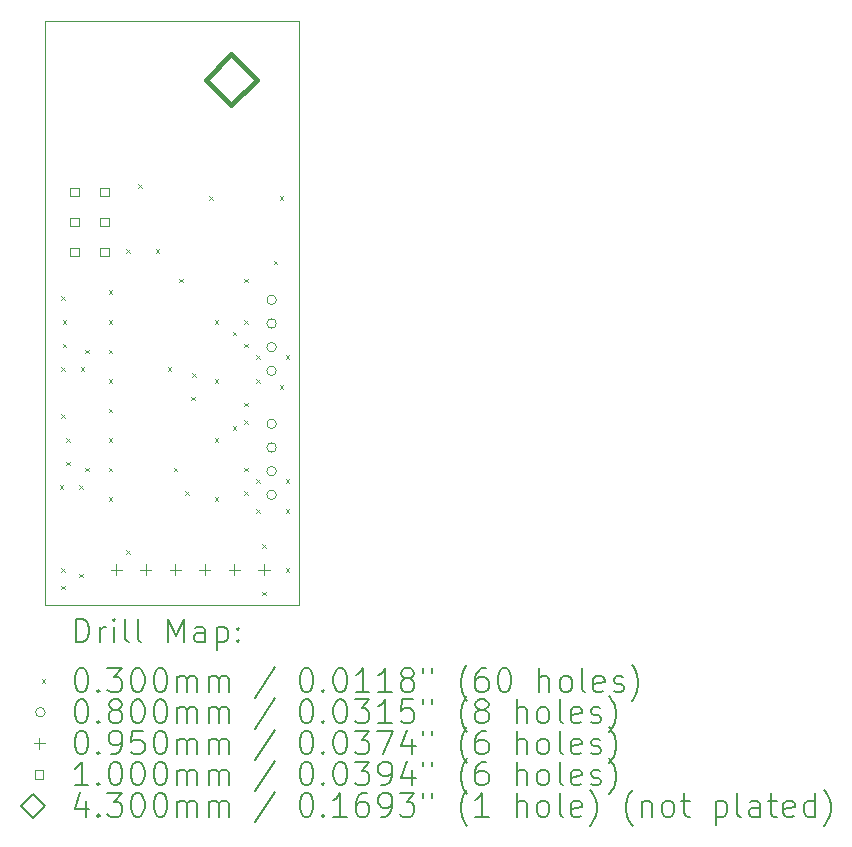
<source format=gbr>
%TF.GenerationSoftware,KiCad,Pcbnew,8.0.1*%
%TF.CreationDate,2024-08-07T00:37:43+09:00*%
%TF.ProjectId,insulation_board,696e7375-6c61-4746-996f-6e5f626f6172,rev?*%
%TF.SameCoordinates,Original*%
%TF.FileFunction,Drillmap*%
%TF.FilePolarity,Positive*%
%FSLAX45Y45*%
G04 Gerber Fmt 4.5, Leading zero omitted, Abs format (unit mm)*
G04 Created by KiCad (PCBNEW 8.0.1) date 2024-08-07 00:37:43*
%MOMM*%
%LPD*%
G01*
G04 APERTURE LIST*
%ADD10C,0.050000*%
%ADD11C,0.200000*%
%ADD12C,0.100000*%
%ADD13C,0.430000*%
G04 APERTURE END LIST*
D10*
X16250000Y-8050000D02*
X16300000Y-8050000D01*
X16250000Y-3100000D02*
X16300000Y-3100000D01*
X18400000Y-3100000D02*
X18400000Y-8050000D01*
X18400000Y-8050000D02*
X16350000Y-8050000D01*
X16300000Y-3100000D02*
X18400000Y-3100000D01*
X16350000Y-8050000D02*
X16300000Y-8050000D01*
X16250000Y-8050000D02*
X16250000Y-3100000D01*
D11*
D12*
X16370000Y-7035000D02*
X16400000Y-7065000D01*
X16400000Y-7035000D02*
X16370000Y-7065000D01*
X16385000Y-5435000D02*
X16415000Y-5465000D01*
X16415000Y-5435000D02*
X16385000Y-5465000D01*
X16385000Y-6035000D02*
X16415000Y-6065000D01*
X16415000Y-6035000D02*
X16385000Y-6065000D01*
X16385000Y-6435000D02*
X16415000Y-6465000D01*
X16415000Y-6435000D02*
X16385000Y-6465000D01*
X16385000Y-7735000D02*
X16415000Y-7765000D01*
X16415000Y-7735000D02*
X16385000Y-7765000D01*
X16385000Y-7885000D02*
X16415000Y-7915000D01*
X16415000Y-7885000D02*
X16385000Y-7915000D01*
X16397500Y-5635000D02*
X16427500Y-5665000D01*
X16427500Y-5635000D02*
X16397500Y-5665000D01*
X16397500Y-5835000D02*
X16427500Y-5865000D01*
X16427500Y-5835000D02*
X16397500Y-5865000D01*
X16427500Y-6635000D02*
X16457500Y-6665000D01*
X16457500Y-6635000D02*
X16427500Y-6665000D01*
X16427500Y-6835000D02*
X16457500Y-6865000D01*
X16457500Y-6835000D02*
X16427500Y-6865000D01*
X16535000Y-7035000D02*
X16565000Y-7065000D01*
X16565000Y-7035000D02*
X16535000Y-7065000D01*
X16535000Y-7785000D02*
X16565000Y-7815000D01*
X16565000Y-7785000D02*
X16535000Y-7815000D01*
X16550000Y-6035000D02*
X16580000Y-6065000D01*
X16580000Y-6035000D02*
X16550000Y-6065000D01*
X16585000Y-5885000D02*
X16615000Y-5915000D01*
X16615000Y-5885000D02*
X16585000Y-5915000D01*
X16585000Y-6885000D02*
X16615000Y-6915000D01*
X16615000Y-6885000D02*
X16585000Y-6915000D01*
X16785000Y-5385000D02*
X16815000Y-5415000D01*
X16815000Y-5385000D02*
X16785000Y-5415000D01*
X16785000Y-5635000D02*
X16815000Y-5665000D01*
X16815000Y-5635000D02*
X16785000Y-5665000D01*
X16785000Y-5885000D02*
X16815000Y-5915000D01*
X16815000Y-5885000D02*
X16785000Y-5915000D01*
X16785000Y-6135000D02*
X16815000Y-6165000D01*
X16815000Y-6135000D02*
X16785000Y-6165000D01*
X16785000Y-6385000D02*
X16815000Y-6415000D01*
X16815000Y-6385000D02*
X16785000Y-6415000D01*
X16785000Y-6635000D02*
X16815000Y-6665000D01*
X16815000Y-6635000D02*
X16785000Y-6665000D01*
X16785000Y-6885000D02*
X16815000Y-6915000D01*
X16815000Y-6885000D02*
X16785000Y-6915000D01*
X16785000Y-7135000D02*
X16815000Y-7165000D01*
X16815000Y-7135000D02*
X16785000Y-7165000D01*
X16935000Y-5035000D02*
X16965000Y-5065000D01*
X16965000Y-5035000D02*
X16935000Y-5065000D01*
X16935000Y-7585000D02*
X16965000Y-7615000D01*
X16965000Y-7585000D02*
X16935000Y-7615000D01*
X17035000Y-4485000D02*
X17065000Y-4515000D01*
X17065000Y-4485000D02*
X17035000Y-4515000D01*
X17185000Y-5035000D02*
X17215000Y-5065000D01*
X17215000Y-5035000D02*
X17185000Y-5065000D01*
X17285000Y-6035000D02*
X17315000Y-6065000D01*
X17315000Y-6035000D02*
X17285000Y-6065000D01*
X17335000Y-6885000D02*
X17365000Y-6915000D01*
X17365000Y-6885000D02*
X17335000Y-6915000D01*
X17385000Y-5285000D02*
X17415000Y-5315000D01*
X17415000Y-5285000D02*
X17385000Y-5315000D01*
X17435000Y-7085000D02*
X17465000Y-7115000D01*
X17465000Y-7085000D02*
X17435000Y-7115000D01*
X17485000Y-6285000D02*
X17515000Y-6315000D01*
X17515000Y-6285000D02*
X17485000Y-6315000D01*
X17495000Y-6085000D02*
X17525000Y-6115000D01*
X17525000Y-6085000D02*
X17495000Y-6115000D01*
X17635000Y-4585000D02*
X17665000Y-4615000D01*
X17665000Y-4585000D02*
X17635000Y-4615000D01*
X17685000Y-5635000D02*
X17715000Y-5665000D01*
X17715000Y-5635000D02*
X17685000Y-5665000D01*
X17685000Y-6135000D02*
X17715000Y-6165000D01*
X17715000Y-6135000D02*
X17685000Y-6165000D01*
X17685000Y-6635000D02*
X17715000Y-6665000D01*
X17715000Y-6635000D02*
X17685000Y-6665000D01*
X17685000Y-7135000D02*
X17715000Y-7165000D01*
X17715000Y-7135000D02*
X17685000Y-7165000D01*
X17835000Y-5735000D02*
X17865000Y-5765000D01*
X17865000Y-5735000D02*
X17835000Y-5765000D01*
X17835000Y-6535000D02*
X17865000Y-6565000D01*
X17865000Y-6535000D02*
X17835000Y-6565000D01*
X17935000Y-5285000D02*
X17965000Y-5315000D01*
X17965000Y-5285000D02*
X17935000Y-5315000D01*
X17935000Y-5635000D02*
X17965000Y-5665000D01*
X17965000Y-5635000D02*
X17935000Y-5665000D01*
X17935000Y-5835000D02*
X17965000Y-5865000D01*
X17965000Y-5835000D02*
X17935000Y-5865000D01*
X17935000Y-6335000D02*
X17965000Y-6365000D01*
X17965000Y-6335000D02*
X17935000Y-6365000D01*
X17935000Y-6485000D02*
X17965000Y-6515000D01*
X17965000Y-6485000D02*
X17935000Y-6515000D01*
X17935000Y-6885000D02*
X17965000Y-6915000D01*
X17965000Y-6885000D02*
X17935000Y-6915000D01*
X17935000Y-7085000D02*
X17965000Y-7115000D01*
X17965000Y-7085000D02*
X17935000Y-7115000D01*
X18035000Y-5935000D02*
X18065000Y-5965000D01*
X18065000Y-5935000D02*
X18035000Y-5965000D01*
X18035000Y-6135000D02*
X18065000Y-6165000D01*
X18065000Y-6135000D02*
X18035000Y-6165000D01*
X18035000Y-6985000D02*
X18065000Y-7015000D01*
X18065000Y-6985000D02*
X18035000Y-7015000D01*
X18035000Y-7235000D02*
X18065000Y-7265000D01*
X18065000Y-7235000D02*
X18035000Y-7265000D01*
X18085000Y-7535000D02*
X18115000Y-7565000D01*
X18115000Y-7535000D02*
X18085000Y-7565000D01*
X18085000Y-7935000D02*
X18115000Y-7965000D01*
X18115000Y-7935000D02*
X18085000Y-7965000D01*
X18185000Y-5135000D02*
X18215000Y-5165000D01*
X18215000Y-5135000D02*
X18185000Y-5165000D01*
X18235000Y-4585000D02*
X18265000Y-4615000D01*
X18265000Y-4585000D02*
X18235000Y-4615000D01*
X18235000Y-6185000D02*
X18265000Y-6215000D01*
X18265000Y-6185000D02*
X18235000Y-6215000D01*
X18285000Y-5935000D02*
X18315000Y-5965000D01*
X18315000Y-5935000D02*
X18285000Y-5965000D01*
X18285000Y-6985000D02*
X18315000Y-7015000D01*
X18315000Y-6985000D02*
X18285000Y-7015000D01*
X18285000Y-7235000D02*
X18315000Y-7265000D01*
X18315000Y-7235000D02*
X18285000Y-7265000D01*
X18285000Y-7735000D02*
X18315000Y-7765000D01*
X18315000Y-7735000D02*
X18285000Y-7765000D01*
X18205000Y-5465000D02*
G75*
G02*
X18125000Y-5465000I-40000J0D01*
G01*
X18125000Y-5465000D02*
G75*
G02*
X18205000Y-5465000I40000J0D01*
G01*
X18205000Y-5665000D02*
G75*
G02*
X18125000Y-5665000I-40000J0D01*
G01*
X18125000Y-5665000D02*
G75*
G02*
X18205000Y-5665000I40000J0D01*
G01*
X18205000Y-5865000D02*
G75*
G02*
X18125000Y-5865000I-40000J0D01*
G01*
X18125000Y-5865000D02*
G75*
G02*
X18205000Y-5865000I40000J0D01*
G01*
X18205000Y-6065000D02*
G75*
G02*
X18125000Y-6065000I-40000J0D01*
G01*
X18125000Y-6065000D02*
G75*
G02*
X18205000Y-6065000I40000J0D01*
G01*
X18205000Y-6515000D02*
G75*
G02*
X18125000Y-6515000I-40000J0D01*
G01*
X18125000Y-6515000D02*
G75*
G02*
X18205000Y-6515000I40000J0D01*
G01*
X18205000Y-6715000D02*
G75*
G02*
X18125000Y-6715000I-40000J0D01*
G01*
X18125000Y-6715000D02*
G75*
G02*
X18205000Y-6715000I40000J0D01*
G01*
X18205000Y-6915000D02*
G75*
G02*
X18125000Y-6915000I-40000J0D01*
G01*
X18125000Y-6915000D02*
G75*
G02*
X18205000Y-6915000I40000J0D01*
G01*
X18205000Y-7115000D02*
G75*
G02*
X18125000Y-7115000I-40000J0D01*
G01*
X18125000Y-7115000D02*
G75*
G02*
X18205000Y-7115000I40000J0D01*
G01*
X16850000Y-7702500D02*
X16850000Y-7797500D01*
X16802500Y-7750000D02*
X16897500Y-7750000D01*
X17100000Y-7702500D02*
X17100000Y-7797500D01*
X17052500Y-7750000D02*
X17147500Y-7750000D01*
X17350000Y-7702500D02*
X17350000Y-7797500D01*
X17302500Y-7750000D02*
X17397500Y-7750000D01*
X17600000Y-7702500D02*
X17600000Y-7797500D01*
X17552500Y-7750000D02*
X17647500Y-7750000D01*
X17850000Y-7702500D02*
X17850000Y-7797500D01*
X17802500Y-7750000D02*
X17897500Y-7750000D01*
X18100000Y-7702500D02*
X18100000Y-7797500D01*
X18052500Y-7750000D02*
X18147500Y-7750000D01*
X16531356Y-4585356D02*
X16531356Y-4514644D01*
X16460644Y-4514644D01*
X16460644Y-4585356D01*
X16531356Y-4585356D01*
X16531356Y-4839356D02*
X16531356Y-4768644D01*
X16460644Y-4768644D01*
X16460644Y-4839356D01*
X16531356Y-4839356D01*
X16531356Y-5093356D02*
X16531356Y-5022644D01*
X16460644Y-5022644D01*
X16460644Y-5093356D01*
X16531356Y-5093356D01*
X16785356Y-4585356D02*
X16785356Y-4514644D01*
X16714644Y-4514644D01*
X16714644Y-4585356D01*
X16785356Y-4585356D01*
X16785356Y-4839356D02*
X16785356Y-4768644D01*
X16714644Y-4768644D01*
X16714644Y-4839356D01*
X16785356Y-4839356D01*
X16785356Y-5093356D02*
X16785356Y-5022644D01*
X16714644Y-5022644D01*
X16714644Y-5093356D01*
X16785356Y-5093356D01*
D13*
X17825000Y-3815000D02*
X18040000Y-3600000D01*
X17825000Y-3385000D01*
X17610000Y-3600000D01*
X17825000Y-3815000D01*
D11*
X16508277Y-8363984D02*
X16508277Y-8163984D01*
X16508277Y-8163984D02*
X16555896Y-8163984D01*
X16555896Y-8163984D02*
X16584467Y-8173508D01*
X16584467Y-8173508D02*
X16603515Y-8192555D01*
X16603515Y-8192555D02*
X16613039Y-8211603D01*
X16613039Y-8211603D02*
X16622562Y-8249698D01*
X16622562Y-8249698D02*
X16622562Y-8278269D01*
X16622562Y-8278269D02*
X16613039Y-8316365D01*
X16613039Y-8316365D02*
X16603515Y-8335412D01*
X16603515Y-8335412D02*
X16584467Y-8354460D01*
X16584467Y-8354460D02*
X16555896Y-8363984D01*
X16555896Y-8363984D02*
X16508277Y-8363984D01*
X16708277Y-8363984D02*
X16708277Y-8230650D01*
X16708277Y-8268746D02*
X16717801Y-8249698D01*
X16717801Y-8249698D02*
X16727324Y-8240174D01*
X16727324Y-8240174D02*
X16746372Y-8230650D01*
X16746372Y-8230650D02*
X16765420Y-8230650D01*
X16832086Y-8363984D02*
X16832086Y-8230650D01*
X16832086Y-8163984D02*
X16822563Y-8173508D01*
X16822563Y-8173508D02*
X16832086Y-8183031D01*
X16832086Y-8183031D02*
X16841610Y-8173508D01*
X16841610Y-8173508D02*
X16832086Y-8163984D01*
X16832086Y-8163984D02*
X16832086Y-8183031D01*
X16955896Y-8363984D02*
X16936848Y-8354460D01*
X16936848Y-8354460D02*
X16927324Y-8335412D01*
X16927324Y-8335412D02*
X16927324Y-8163984D01*
X17060658Y-8363984D02*
X17041610Y-8354460D01*
X17041610Y-8354460D02*
X17032086Y-8335412D01*
X17032086Y-8335412D02*
X17032086Y-8163984D01*
X17289229Y-8363984D02*
X17289229Y-8163984D01*
X17289229Y-8163984D02*
X17355896Y-8306841D01*
X17355896Y-8306841D02*
X17422563Y-8163984D01*
X17422563Y-8163984D02*
X17422563Y-8363984D01*
X17603515Y-8363984D02*
X17603515Y-8259222D01*
X17603515Y-8259222D02*
X17593991Y-8240174D01*
X17593991Y-8240174D02*
X17574944Y-8230650D01*
X17574944Y-8230650D02*
X17536848Y-8230650D01*
X17536848Y-8230650D02*
X17517801Y-8240174D01*
X17603515Y-8354460D02*
X17584467Y-8363984D01*
X17584467Y-8363984D02*
X17536848Y-8363984D01*
X17536848Y-8363984D02*
X17517801Y-8354460D01*
X17517801Y-8354460D02*
X17508277Y-8335412D01*
X17508277Y-8335412D02*
X17508277Y-8316365D01*
X17508277Y-8316365D02*
X17517801Y-8297317D01*
X17517801Y-8297317D02*
X17536848Y-8287793D01*
X17536848Y-8287793D02*
X17584467Y-8287793D01*
X17584467Y-8287793D02*
X17603515Y-8278269D01*
X17698753Y-8230650D02*
X17698753Y-8430650D01*
X17698753Y-8240174D02*
X17717801Y-8230650D01*
X17717801Y-8230650D02*
X17755896Y-8230650D01*
X17755896Y-8230650D02*
X17774944Y-8240174D01*
X17774944Y-8240174D02*
X17784467Y-8249698D01*
X17784467Y-8249698D02*
X17793991Y-8268746D01*
X17793991Y-8268746D02*
X17793991Y-8325888D01*
X17793991Y-8325888D02*
X17784467Y-8344936D01*
X17784467Y-8344936D02*
X17774944Y-8354460D01*
X17774944Y-8354460D02*
X17755896Y-8363984D01*
X17755896Y-8363984D02*
X17717801Y-8363984D01*
X17717801Y-8363984D02*
X17698753Y-8354460D01*
X17879705Y-8344936D02*
X17889229Y-8354460D01*
X17889229Y-8354460D02*
X17879705Y-8363984D01*
X17879705Y-8363984D02*
X17870182Y-8354460D01*
X17870182Y-8354460D02*
X17879705Y-8344936D01*
X17879705Y-8344936D02*
X17879705Y-8363984D01*
X17879705Y-8240174D02*
X17889229Y-8249698D01*
X17889229Y-8249698D02*
X17879705Y-8259222D01*
X17879705Y-8259222D02*
X17870182Y-8249698D01*
X17870182Y-8249698D02*
X17879705Y-8240174D01*
X17879705Y-8240174D02*
X17879705Y-8259222D01*
D12*
X16217500Y-8677500D02*
X16247500Y-8707500D01*
X16247500Y-8677500D02*
X16217500Y-8707500D01*
D11*
X16546372Y-8583984D02*
X16565420Y-8583984D01*
X16565420Y-8583984D02*
X16584467Y-8593508D01*
X16584467Y-8593508D02*
X16593991Y-8603031D01*
X16593991Y-8603031D02*
X16603515Y-8622079D01*
X16603515Y-8622079D02*
X16613039Y-8660174D01*
X16613039Y-8660174D02*
X16613039Y-8707793D01*
X16613039Y-8707793D02*
X16603515Y-8745889D01*
X16603515Y-8745889D02*
X16593991Y-8764936D01*
X16593991Y-8764936D02*
X16584467Y-8774460D01*
X16584467Y-8774460D02*
X16565420Y-8783984D01*
X16565420Y-8783984D02*
X16546372Y-8783984D01*
X16546372Y-8783984D02*
X16527324Y-8774460D01*
X16527324Y-8774460D02*
X16517801Y-8764936D01*
X16517801Y-8764936D02*
X16508277Y-8745889D01*
X16508277Y-8745889D02*
X16498753Y-8707793D01*
X16498753Y-8707793D02*
X16498753Y-8660174D01*
X16498753Y-8660174D02*
X16508277Y-8622079D01*
X16508277Y-8622079D02*
X16517801Y-8603031D01*
X16517801Y-8603031D02*
X16527324Y-8593508D01*
X16527324Y-8593508D02*
X16546372Y-8583984D01*
X16698753Y-8764936D02*
X16708277Y-8774460D01*
X16708277Y-8774460D02*
X16698753Y-8783984D01*
X16698753Y-8783984D02*
X16689229Y-8774460D01*
X16689229Y-8774460D02*
X16698753Y-8764936D01*
X16698753Y-8764936D02*
X16698753Y-8783984D01*
X16774943Y-8583984D02*
X16898753Y-8583984D01*
X16898753Y-8583984D02*
X16832086Y-8660174D01*
X16832086Y-8660174D02*
X16860658Y-8660174D01*
X16860658Y-8660174D02*
X16879705Y-8669698D01*
X16879705Y-8669698D02*
X16889229Y-8679222D01*
X16889229Y-8679222D02*
X16898753Y-8698270D01*
X16898753Y-8698270D02*
X16898753Y-8745889D01*
X16898753Y-8745889D02*
X16889229Y-8764936D01*
X16889229Y-8764936D02*
X16879705Y-8774460D01*
X16879705Y-8774460D02*
X16860658Y-8783984D01*
X16860658Y-8783984D02*
X16803515Y-8783984D01*
X16803515Y-8783984D02*
X16784467Y-8774460D01*
X16784467Y-8774460D02*
X16774943Y-8764936D01*
X17022563Y-8583984D02*
X17041610Y-8583984D01*
X17041610Y-8583984D02*
X17060658Y-8593508D01*
X17060658Y-8593508D02*
X17070182Y-8603031D01*
X17070182Y-8603031D02*
X17079705Y-8622079D01*
X17079705Y-8622079D02*
X17089229Y-8660174D01*
X17089229Y-8660174D02*
X17089229Y-8707793D01*
X17089229Y-8707793D02*
X17079705Y-8745889D01*
X17079705Y-8745889D02*
X17070182Y-8764936D01*
X17070182Y-8764936D02*
X17060658Y-8774460D01*
X17060658Y-8774460D02*
X17041610Y-8783984D01*
X17041610Y-8783984D02*
X17022563Y-8783984D01*
X17022563Y-8783984D02*
X17003515Y-8774460D01*
X17003515Y-8774460D02*
X16993991Y-8764936D01*
X16993991Y-8764936D02*
X16984467Y-8745889D01*
X16984467Y-8745889D02*
X16974944Y-8707793D01*
X16974944Y-8707793D02*
X16974944Y-8660174D01*
X16974944Y-8660174D02*
X16984467Y-8622079D01*
X16984467Y-8622079D02*
X16993991Y-8603031D01*
X16993991Y-8603031D02*
X17003515Y-8593508D01*
X17003515Y-8593508D02*
X17022563Y-8583984D01*
X17213039Y-8583984D02*
X17232086Y-8583984D01*
X17232086Y-8583984D02*
X17251134Y-8593508D01*
X17251134Y-8593508D02*
X17260658Y-8603031D01*
X17260658Y-8603031D02*
X17270182Y-8622079D01*
X17270182Y-8622079D02*
X17279705Y-8660174D01*
X17279705Y-8660174D02*
X17279705Y-8707793D01*
X17279705Y-8707793D02*
X17270182Y-8745889D01*
X17270182Y-8745889D02*
X17260658Y-8764936D01*
X17260658Y-8764936D02*
X17251134Y-8774460D01*
X17251134Y-8774460D02*
X17232086Y-8783984D01*
X17232086Y-8783984D02*
X17213039Y-8783984D01*
X17213039Y-8783984D02*
X17193991Y-8774460D01*
X17193991Y-8774460D02*
X17184467Y-8764936D01*
X17184467Y-8764936D02*
X17174944Y-8745889D01*
X17174944Y-8745889D02*
X17165420Y-8707793D01*
X17165420Y-8707793D02*
X17165420Y-8660174D01*
X17165420Y-8660174D02*
X17174944Y-8622079D01*
X17174944Y-8622079D02*
X17184467Y-8603031D01*
X17184467Y-8603031D02*
X17193991Y-8593508D01*
X17193991Y-8593508D02*
X17213039Y-8583984D01*
X17365420Y-8783984D02*
X17365420Y-8650650D01*
X17365420Y-8669698D02*
X17374944Y-8660174D01*
X17374944Y-8660174D02*
X17393991Y-8650650D01*
X17393991Y-8650650D02*
X17422563Y-8650650D01*
X17422563Y-8650650D02*
X17441610Y-8660174D01*
X17441610Y-8660174D02*
X17451134Y-8679222D01*
X17451134Y-8679222D02*
X17451134Y-8783984D01*
X17451134Y-8679222D02*
X17460658Y-8660174D01*
X17460658Y-8660174D02*
X17479705Y-8650650D01*
X17479705Y-8650650D02*
X17508277Y-8650650D01*
X17508277Y-8650650D02*
X17527325Y-8660174D01*
X17527325Y-8660174D02*
X17536848Y-8679222D01*
X17536848Y-8679222D02*
X17536848Y-8783984D01*
X17632086Y-8783984D02*
X17632086Y-8650650D01*
X17632086Y-8669698D02*
X17641610Y-8660174D01*
X17641610Y-8660174D02*
X17660658Y-8650650D01*
X17660658Y-8650650D02*
X17689229Y-8650650D01*
X17689229Y-8650650D02*
X17708277Y-8660174D01*
X17708277Y-8660174D02*
X17717801Y-8679222D01*
X17717801Y-8679222D02*
X17717801Y-8783984D01*
X17717801Y-8679222D02*
X17727325Y-8660174D01*
X17727325Y-8660174D02*
X17746372Y-8650650D01*
X17746372Y-8650650D02*
X17774944Y-8650650D01*
X17774944Y-8650650D02*
X17793991Y-8660174D01*
X17793991Y-8660174D02*
X17803515Y-8679222D01*
X17803515Y-8679222D02*
X17803515Y-8783984D01*
X18193991Y-8574460D02*
X18022563Y-8831603D01*
X18451134Y-8583984D02*
X18470182Y-8583984D01*
X18470182Y-8583984D02*
X18489229Y-8593508D01*
X18489229Y-8593508D02*
X18498753Y-8603031D01*
X18498753Y-8603031D02*
X18508277Y-8622079D01*
X18508277Y-8622079D02*
X18517801Y-8660174D01*
X18517801Y-8660174D02*
X18517801Y-8707793D01*
X18517801Y-8707793D02*
X18508277Y-8745889D01*
X18508277Y-8745889D02*
X18498753Y-8764936D01*
X18498753Y-8764936D02*
X18489229Y-8774460D01*
X18489229Y-8774460D02*
X18470182Y-8783984D01*
X18470182Y-8783984D02*
X18451134Y-8783984D01*
X18451134Y-8783984D02*
X18432087Y-8774460D01*
X18432087Y-8774460D02*
X18422563Y-8764936D01*
X18422563Y-8764936D02*
X18413039Y-8745889D01*
X18413039Y-8745889D02*
X18403515Y-8707793D01*
X18403515Y-8707793D02*
X18403515Y-8660174D01*
X18403515Y-8660174D02*
X18413039Y-8622079D01*
X18413039Y-8622079D02*
X18422563Y-8603031D01*
X18422563Y-8603031D02*
X18432087Y-8593508D01*
X18432087Y-8593508D02*
X18451134Y-8583984D01*
X18603515Y-8764936D02*
X18613039Y-8774460D01*
X18613039Y-8774460D02*
X18603515Y-8783984D01*
X18603515Y-8783984D02*
X18593991Y-8774460D01*
X18593991Y-8774460D02*
X18603515Y-8764936D01*
X18603515Y-8764936D02*
X18603515Y-8783984D01*
X18736848Y-8583984D02*
X18755896Y-8583984D01*
X18755896Y-8583984D02*
X18774944Y-8593508D01*
X18774944Y-8593508D02*
X18784468Y-8603031D01*
X18784468Y-8603031D02*
X18793991Y-8622079D01*
X18793991Y-8622079D02*
X18803515Y-8660174D01*
X18803515Y-8660174D02*
X18803515Y-8707793D01*
X18803515Y-8707793D02*
X18793991Y-8745889D01*
X18793991Y-8745889D02*
X18784468Y-8764936D01*
X18784468Y-8764936D02*
X18774944Y-8774460D01*
X18774944Y-8774460D02*
X18755896Y-8783984D01*
X18755896Y-8783984D02*
X18736848Y-8783984D01*
X18736848Y-8783984D02*
X18717801Y-8774460D01*
X18717801Y-8774460D02*
X18708277Y-8764936D01*
X18708277Y-8764936D02*
X18698753Y-8745889D01*
X18698753Y-8745889D02*
X18689229Y-8707793D01*
X18689229Y-8707793D02*
X18689229Y-8660174D01*
X18689229Y-8660174D02*
X18698753Y-8622079D01*
X18698753Y-8622079D02*
X18708277Y-8603031D01*
X18708277Y-8603031D02*
X18717801Y-8593508D01*
X18717801Y-8593508D02*
X18736848Y-8583984D01*
X18993991Y-8783984D02*
X18879706Y-8783984D01*
X18936848Y-8783984D02*
X18936848Y-8583984D01*
X18936848Y-8583984D02*
X18917801Y-8612555D01*
X18917801Y-8612555D02*
X18898753Y-8631603D01*
X18898753Y-8631603D02*
X18879706Y-8641127D01*
X19184468Y-8783984D02*
X19070182Y-8783984D01*
X19127325Y-8783984D02*
X19127325Y-8583984D01*
X19127325Y-8583984D02*
X19108277Y-8612555D01*
X19108277Y-8612555D02*
X19089229Y-8631603D01*
X19089229Y-8631603D02*
X19070182Y-8641127D01*
X19298753Y-8669698D02*
X19279706Y-8660174D01*
X19279706Y-8660174D02*
X19270182Y-8650650D01*
X19270182Y-8650650D02*
X19260658Y-8631603D01*
X19260658Y-8631603D02*
X19260658Y-8622079D01*
X19260658Y-8622079D02*
X19270182Y-8603031D01*
X19270182Y-8603031D02*
X19279706Y-8593508D01*
X19279706Y-8593508D02*
X19298753Y-8583984D01*
X19298753Y-8583984D02*
X19336849Y-8583984D01*
X19336849Y-8583984D02*
X19355896Y-8593508D01*
X19355896Y-8593508D02*
X19365420Y-8603031D01*
X19365420Y-8603031D02*
X19374944Y-8622079D01*
X19374944Y-8622079D02*
X19374944Y-8631603D01*
X19374944Y-8631603D02*
X19365420Y-8650650D01*
X19365420Y-8650650D02*
X19355896Y-8660174D01*
X19355896Y-8660174D02*
X19336849Y-8669698D01*
X19336849Y-8669698D02*
X19298753Y-8669698D01*
X19298753Y-8669698D02*
X19279706Y-8679222D01*
X19279706Y-8679222D02*
X19270182Y-8688746D01*
X19270182Y-8688746D02*
X19260658Y-8707793D01*
X19260658Y-8707793D02*
X19260658Y-8745889D01*
X19260658Y-8745889D02*
X19270182Y-8764936D01*
X19270182Y-8764936D02*
X19279706Y-8774460D01*
X19279706Y-8774460D02*
X19298753Y-8783984D01*
X19298753Y-8783984D02*
X19336849Y-8783984D01*
X19336849Y-8783984D02*
X19355896Y-8774460D01*
X19355896Y-8774460D02*
X19365420Y-8764936D01*
X19365420Y-8764936D02*
X19374944Y-8745889D01*
X19374944Y-8745889D02*
X19374944Y-8707793D01*
X19374944Y-8707793D02*
X19365420Y-8688746D01*
X19365420Y-8688746D02*
X19355896Y-8679222D01*
X19355896Y-8679222D02*
X19336849Y-8669698D01*
X19451134Y-8583984D02*
X19451134Y-8622079D01*
X19527325Y-8583984D02*
X19527325Y-8622079D01*
X19822563Y-8860174D02*
X19813039Y-8850650D01*
X19813039Y-8850650D02*
X19793991Y-8822079D01*
X19793991Y-8822079D02*
X19784468Y-8803031D01*
X19784468Y-8803031D02*
X19774944Y-8774460D01*
X19774944Y-8774460D02*
X19765420Y-8726841D01*
X19765420Y-8726841D02*
X19765420Y-8688746D01*
X19765420Y-8688746D02*
X19774944Y-8641127D01*
X19774944Y-8641127D02*
X19784468Y-8612555D01*
X19784468Y-8612555D02*
X19793991Y-8593508D01*
X19793991Y-8593508D02*
X19813039Y-8564936D01*
X19813039Y-8564936D02*
X19822563Y-8555412D01*
X19984468Y-8583984D02*
X19946372Y-8583984D01*
X19946372Y-8583984D02*
X19927325Y-8593508D01*
X19927325Y-8593508D02*
X19917801Y-8603031D01*
X19917801Y-8603031D02*
X19898753Y-8631603D01*
X19898753Y-8631603D02*
X19889230Y-8669698D01*
X19889230Y-8669698D02*
X19889230Y-8745889D01*
X19889230Y-8745889D02*
X19898753Y-8764936D01*
X19898753Y-8764936D02*
X19908277Y-8774460D01*
X19908277Y-8774460D02*
X19927325Y-8783984D01*
X19927325Y-8783984D02*
X19965420Y-8783984D01*
X19965420Y-8783984D02*
X19984468Y-8774460D01*
X19984468Y-8774460D02*
X19993991Y-8764936D01*
X19993991Y-8764936D02*
X20003515Y-8745889D01*
X20003515Y-8745889D02*
X20003515Y-8698270D01*
X20003515Y-8698270D02*
X19993991Y-8679222D01*
X19993991Y-8679222D02*
X19984468Y-8669698D01*
X19984468Y-8669698D02*
X19965420Y-8660174D01*
X19965420Y-8660174D02*
X19927325Y-8660174D01*
X19927325Y-8660174D02*
X19908277Y-8669698D01*
X19908277Y-8669698D02*
X19898753Y-8679222D01*
X19898753Y-8679222D02*
X19889230Y-8698270D01*
X20127325Y-8583984D02*
X20146372Y-8583984D01*
X20146372Y-8583984D02*
X20165420Y-8593508D01*
X20165420Y-8593508D02*
X20174944Y-8603031D01*
X20174944Y-8603031D02*
X20184468Y-8622079D01*
X20184468Y-8622079D02*
X20193991Y-8660174D01*
X20193991Y-8660174D02*
X20193991Y-8707793D01*
X20193991Y-8707793D02*
X20184468Y-8745889D01*
X20184468Y-8745889D02*
X20174944Y-8764936D01*
X20174944Y-8764936D02*
X20165420Y-8774460D01*
X20165420Y-8774460D02*
X20146372Y-8783984D01*
X20146372Y-8783984D02*
X20127325Y-8783984D01*
X20127325Y-8783984D02*
X20108277Y-8774460D01*
X20108277Y-8774460D02*
X20098753Y-8764936D01*
X20098753Y-8764936D02*
X20089230Y-8745889D01*
X20089230Y-8745889D02*
X20079706Y-8707793D01*
X20079706Y-8707793D02*
X20079706Y-8660174D01*
X20079706Y-8660174D02*
X20089230Y-8622079D01*
X20089230Y-8622079D02*
X20098753Y-8603031D01*
X20098753Y-8603031D02*
X20108277Y-8593508D01*
X20108277Y-8593508D02*
X20127325Y-8583984D01*
X20432087Y-8783984D02*
X20432087Y-8583984D01*
X20517801Y-8783984D02*
X20517801Y-8679222D01*
X20517801Y-8679222D02*
X20508277Y-8660174D01*
X20508277Y-8660174D02*
X20489230Y-8650650D01*
X20489230Y-8650650D02*
X20460658Y-8650650D01*
X20460658Y-8650650D02*
X20441611Y-8660174D01*
X20441611Y-8660174D02*
X20432087Y-8669698D01*
X20641611Y-8783984D02*
X20622563Y-8774460D01*
X20622563Y-8774460D02*
X20613039Y-8764936D01*
X20613039Y-8764936D02*
X20603515Y-8745889D01*
X20603515Y-8745889D02*
X20603515Y-8688746D01*
X20603515Y-8688746D02*
X20613039Y-8669698D01*
X20613039Y-8669698D02*
X20622563Y-8660174D01*
X20622563Y-8660174D02*
X20641611Y-8650650D01*
X20641611Y-8650650D02*
X20670182Y-8650650D01*
X20670182Y-8650650D02*
X20689230Y-8660174D01*
X20689230Y-8660174D02*
X20698753Y-8669698D01*
X20698753Y-8669698D02*
X20708277Y-8688746D01*
X20708277Y-8688746D02*
X20708277Y-8745889D01*
X20708277Y-8745889D02*
X20698753Y-8764936D01*
X20698753Y-8764936D02*
X20689230Y-8774460D01*
X20689230Y-8774460D02*
X20670182Y-8783984D01*
X20670182Y-8783984D02*
X20641611Y-8783984D01*
X20822563Y-8783984D02*
X20803515Y-8774460D01*
X20803515Y-8774460D02*
X20793992Y-8755412D01*
X20793992Y-8755412D02*
X20793992Y-8583984D01*
X20974944Y-8774460D02*
X20955896Y-8783984D01*
X20955896Y-8783984D02*
X20917801Y-8783984D01*
X20917801Y-8783984D02*
X20898753Y-8774460D01*
X20898753Y-8774460D02*
X20889230Y-8755412D01*
X20889230Y-8755412D02*
X20889230Y-8679222D01*
X20889230Y-8679222D02*
X20898753Y-8660174D01*
X20898753Y-8660174D02*
X20917801Y-8650650D01*
X20917801Y-8650650D02*
X20955896Y-8650650D01*
X20955896Y-8650650D02*
X20974944Y-8660174D01*
X20974944Y-8660174D02*
X20984468Y-8679222D01*
X20984468Y-8679222D02*
X20984468Y-8698270D01*
X20984468Y-8698270D02*
X20889230Y-8717317D01*
X21060658Y-8774460D02*
X21079706Y-8783984D01*
X21079706Y-8783984D02*
X21117801Y-8783984D01*
X21117801Y-8783984D02*
X21136849Y-8774460D01*
X21136849Y-8774460D02*
X21146373Y-8755412D01*
X21146373Y-8755412D02*
X21146373Y-8745889D01*
X21146373Y-8745889D02*
X21136849Y-8726841D01*
X21136849Y-8726841D02*
X21117801Y-8717317D01*
X21117801Y-8717317D02*
X21089230Y-8717317D01*
X21089230Y-8717317D02*
X21070182Y-8707793D01*
X21070182Y-8707793D02*
X21060658Y-8688746D01*
X21060658Y-8688746D02*
X21060658Y-8679222D01*
X21060658Y-8679222D02*
X21070182Y-8660174D01*
X21070182Y-8660174D02*
X21089230Y-8650650D01*
X21089230Y-8650650D02*
X21117801Y-8650650D01*
X21117801Y-8650650D02*
X21136849Y-8660174D01*
X21213039Y-8860174D02*
X21222563Y-8850650D01*
X21222563Y-8850650D02*
X21241611Y-8822079D01*
X21241611Y-8822079D02*
X21251134Y-8803031D01*
X21251134Y-8803031D02*
X21260658Y-8774460D01*
X21260658Y-8774460D02*
X21270182Y-8726841D01*
X21270182Y-8726841D02*
X21270182Y-8688746D01*
X21270182Y-8688746D02*
X21260658Y-8641127D01*
X21260658Y-8641127D02*
X21251134Y-8612555D01*
X21251134Y-8612555D02*
X21241611Y-8593508D01*
X21241611Y-8593508D02*
X21222563Y-8564936D01*
X21222563Y-8564936D02*
X21213039Y-8555412D01*
D12*
X16247500Y-8956500D02*
G75*
G02*
X16167500Y-8956500I-40000J0D01*
G01*
X16167500Y-8956500D02*
G75*
G02*
X16247500Y-8956500I40000J0D01*
G01*
D11*
X16546372Y-8847984D02*
X16565420Y-8847984D01*
X16565420Y-8847984D02*
X16584467Y-8857508D01*
X16584467Y-8857508D02*
X16593991Y-8867031D01*
X16593991Y-8867031D02*
X16603515Y-8886079D01*
X16603515Y-8886079D02*
X16613039Y-8924174D01*
X16613039Y-8924174D02*
X16613039Y-8971793D01*
X16613039Y-8971793D02*
X16603515Y-9009889D01*
X16603515Y-9009889D02*
X16593991Y-9028936D01*
X16593991Y-9028936D02*
X16584467Y-9038460D01*
X16584467Y-9038460D02*
X16565420Y-9047984D01*
X16565420Y-9047984D02*
X16546372Y-9047984D01*
X16546372Y-9047984D02*
X16527324Y-9038460D01*
X16527324Y-9038460D02*
X16517801Y-9028936D01*
X16517801Y-9028936D02*
X16508277Y-9009889D01*
X16508277Y-9009889D02*
X16498753Y-8971793D01*
X16498753Y-8971793D02*
X16498753Y-8924174D01*
X16498753Y-8924174D02*
X16508277Y-8886079D01*
X16508277Y-8886079D02*
X16517801Y-8867031D01*
X16517801Y-8867031D02*
X16527324Y-8857508D01*
X16527324Y-8857508D02*
X16546372Y-8847984D01*
X16698753Y-9028936D02*
X16708277Y-9038460D01*
X16708277Y-9038460D02*
X16698753Y-9047984D01*
X16698753Y-9047984D02*
X16689229Y-9038460D01*
X16689229Y-9038460D02*
X16698753Y-9028936D01*
X16698753Y-9028936D02*
X16698753Y-9047984D01*
X16822563Y-8933698D02*
X16803515Y-8924174D01*
X16803515Y-8924174D02*
X16793991Y-8914650D01*
X16793991Y-8914650D02*
X16784467Y-8895603D01*
X16784467Y-8895603D02*
X16784467Y-8886079D01*
X16784467Y-8886079D02*
X16793991Y-8867031D01*
X16793991Y-8867031D02*
X16803515Y-8857508D01*
X16803515Y-8857508D02*
X16822563Y-8847984D01*
X16822563Y-8847984D02*
X16860658Y-8847984D01*
X16860658Y-8847984D02*
X16879705Y-8857508D01*
X16879705Y-8857508D02*
X16889229Y-8867031D01*
X16889229Y-8867031D02*
X16898753Y-8886079D01*
X16898753Y-8886079D02*
X16898753Y-8895603D01*
X16898753Y-8895603D02*
X16889229Y-8914650D01*
X16889229Y-8914650D02*
X16879705Y-8924174D01*
X16879705Y-8924174D02*
X16860658Y-8933698D01*
X16860658Y-8933698D02*
X16822563Y-8933698D01*
X16822563Y-8933698D02*
X16803515Y-8943222D01*
X16803515Y-8943222D02*
X16793991Y-8952746D01*
X16793991Y-8952746D02*
X16784467Y-8971793D01*
X16784467Y-8971793D02*
X16784467Y-9009889D01*
X16784467Y-9009889D02*
X16793991Y-9028936D01*
X16793991Y-9028936D02*
X16803515Y-9038460D01*
X16803515Y-9038460D02*
X16822563Y-9047984D01*
X16822563Y-9047984D02*
X16860658Y-9047984D01*
X16860658Y-9047984D02*
X16879705Y-9038460D01*
X16879705Y-9038460D02*
X16889229Y-9028936D01*
X16889229Y-9028936D02*
X16898753Y-9009889D01*
X16898753Y-9009889D02*
X16898753Y-8971793D01*
X16898753Y-8971793D02*
X16889229Y-8952746D01*
X16889229Y-8952746D02*
X16879705Y-8943222D01*
X16879705Y-8943222D02*
X16860658Y-8933698D01*
X17022563Y-8847984D02*
X17041610Y-8847984D01*
X17041610Y-8847984D02*
X17060658Y-8857508D01*
X17060658Y-8857508D02*
X17070182Y-8867031D01*
X17070182Y-8867031D02*
X17079705Y-8886079D01*
X17079705Y-8886079D02*
X17089229Y-8924174D01*
X17089229Y-8924174D02*
X17089229Y-8971793D01*
X17089229Y-8971793D02*
X17079705Y-9009889D01*
X17079705Y-9009889D02*
X17070182Y-9028936D01*
X17070182Y-9028936D02*
X17060658Y-9038460D01*
X17060658Y-9038460D02*
X17041610Y-9047984D01*
X17041610Y-9047984D02*
X17022563Y-9047984D01*
X17022563Y-9047984D02*
X17003515Y-9038460D01*
X17003515Y-9038460D02*
X16993991Y-9028936D01*
X16993991Y-9028936D02*
X16984467Y-9009889D01*
X16984467Y-9009889D02*
X16974944Y-8971793D01*
X16974944Y-8971793D02*
X16974944Y-8924174D01*
X16974944Y-8924174D02*
X16984467Y-8886079D01*
X16984467Y-8886079D02*
X16993991Y-8867031D01*
X16993991Y-8867031D02*
X17003515Y-8857508D01*
X17003515Y-8857508D02*
X17022563Y-8847984D01*
X17213039Y-8847984D02*
X17232086Y-8847984D01*
X17232086Y-8847984D02*
X17251134Y-8857508D01*
X17251134Y-8857508D02*
X17260658Y-8867031D01*
X17260658Y-8867031D02*
X17270182Y-8886079D01*
X17270182Y-8886079D02*
X17279705Y-8924174D01*
X17279705Y-8924174D02*
X17279705Y-8971793D01*
X17279705Y-8971793D02*
X17270182Y-9009889D01*
X17270182Y-9009889D02*
X17260658Y-9028936D01*
X17260658Y-9028936D02*
X17251134Y-9038460D01*
X17251134Y-9038460D02*
X17232086Y-9047984D01*
X17232086Y-9047984D02*
X17213039Y-9047984D01*
X17213039Y-9047984D02*
X17193991Y-9038460D01*
X17193991Y-9038460D02*
X17184467Y-9028936D01*
X17184467Y-9028936D02*
X17174944Y-9009889D01*
X17174944Y-9009889D02*
X17165420Y-8971793D01*
X17165420Y-8971793D02*
X17165420Y-8924174D01*
X17165420Y-8924174D02*
X17174944Y-8886079D01*
X17174944Y-8886079D02*
X17184467Y-8867031D01*
X17184467Y-8867031D02*
X17193991Y-8857508D01*
X17193991Y-8857508D02*
X17213039Y-8847984D01*
X17365420Y-9047984D02*
X17365420Y-8914650D01*
X17365420Y-8933698D02*
X17374944Y-8924174D01*
X17374944Y-8924174D02*
X17393991Y-8914650D01*
X17393991Y-8914650D02*
X17422563Y-8914650D01*
X17422563Y-8914650D02*
X17441610Y-8924174D01*
X17441610Y-8924174D02*
X17451134Y-8943222D01*
X17451134Y-8943222D02*
X17451134Y-9047984D01*
X17451134Y-8943222D02*
X17460658Y-8924174D01*
X17460658Y-8924174D02*
X17479705Y-8914650D01*
X17479705Y-8914650D02*
X17508277Y-8914650D01*
X17508277Y-8914650D02*
X17527325Y-8924174D01*
X17527325Y-8924174D02*
X17536848Y-8943222D01*
X17536848Y-8943222D02*
X17536848Y-9047984D01*
X17632086Y-9047984D02*
X17632086Y-8914650D01*
X17632086Y-8933698D02*
X17641610Y-8924174D01*
X17641610Y-8924174D02*
X17660658Y-8914650D01*
X17660658Y-8914650D02*
X17689229Y-8914650D01*
X17689229Y-8914650D02*
X17708277Y-8924174D01*
X17708277Y-8924174D02*
X17717801Y-8943222D01*
X17717801Y-8943222D02*
X17717801Y-9047984D01*
X17717801Y-8943222D02*
X17727325Y-8924174D01*
X17727325Y-8924174D02*
X17746372Y-8914650D01*
X17746372Y-8914650D02*
X17774944Y-8914650D01*
X17774944Y-8914650D02*
X17793991Y-8924174D01*
X17793991Y-8924174D02*
X17803515Y-8943222D01*
X17803515Y-8943222D02*
X17803515Y-9047984D01*
X18193991Y-8838460D02*
X18022563Y-9095603D01*
X18451134Y-8847984D02*
X18470182Y-8847984D01*
X18470182Y-8847984D02*
X18489229Y-8857508D01*
X18489229Y-8857508D02*
X18498753Y-8867031D01*
X18498753Y-8867031D02*
X18508277Y-8886079D01*
X18508277Y-8886079D02*
X18517801Y-8924174D01*
X18517801Y-8924174D02*
X18517801Y-8971793D01*
X18517801Y-8971793D02*
X18508277Y-9009889D01*
X18508277Y-9009889D02*
X18498753Y-9028936D01*
X18498753Y-9028936D02*
X18489229Y-9038460D01*
X18489229Y-9038460D02*
X18470182Y-9047984D01*
X18470182Y-9047984D02*
X18451134Y-9047984D01*
X18451134Y-9047984D02*
X18432087Y-9038460D01*
X18432087Y-9038460D02*
X18422563Y-9028936D01*
X18422563Y-9028936D02*
X18413039Y-9009889D01*
X18413039Y-9009889D02*
X18403515Y-8971793D01*
X18403515Y-8971793D02*
X18403515Y-8924174D01*
X18403515Y-8924174D02*
X18413039Y-8886079D01*
X18413039Y-8886079D02*
X18422563Y-8867031D01*
X18422563Y-8867031D02*
X18432087Y-8857508D01*
X18432087Y-8857508D02*
X18451134Y-8847984D01*
X18603515Y-9028936D02*
X18613039Y-9038460D01*
X18613039Y-9038460D02*
X18603515Y-9047984D01*
X18603515Y-9047984D02*
X18593991Y-9038460D01*
X18593991Y-9038460D02*
X18603515Y-9028936D01*
X18603515Y-9028936D02*
X18603515Y-9047984D01*
X18736848Y-8847984D02*
X18755896Y-8847984D01*
X18755896Y-8847984D02*
X18774944Y-8857508D01*
X18774944Y-8857508D02*
X18784468Y-8867031D01*
X18784468Y-8867031D02*
X18793991Y-8886079D01*
X18793991Y-8886079D02*
X18803515Y-8924174D01*
X18803515Y-8924174D02*
X18803515Y-8971793D01*
X18803515Y-8971793D02*
X18793991Y-9009889D01*
X18793991Y-9009889D02*
X18784468Y-9028936D01*
X18784468Y-9028936D02*
X18774944Y-9038460D01*
X18774944Y-9038460D02*
X18755896Y-9047984D01*
X18755896Y-9047984D02*
X18736848Y-9047984D01*
X18736848Y-9047984D02*
X18717801Y-9038460D01*
X18717801Y-9038460D02*
X18708277Y-9028936D01*
X18708277Y-9028936D02*
X18698753Y-9009889D01*
X18698753Y-9009889D02*
X18689229Y-8971793D01*
X18689229Y-8971793D02*
X18689229Y-8924174D01*
X18689229Y-8924174D02*
X18698753Y-8886079D01*
X18698753Y-8886079D02*
X18708277Y-8867031D01*
X18708277Y-8867031D02*
X18717801Y-8857508D01*
X18717801Y-8857508D02*
X18736848Y-8847984D01*
X18870182Y-8847984D02*
X18993991Y-8847984D01*
X18993991Y-8847984D02*
X18927325Y-8924174D01*
X18927325Y-8924174D02*
X18955896Y-8924174D01*
X18955896Y-8924174D02*
X18974944Y-8933698D01*
X18974944Y-8933698D02*
X18984468Y-8943222D01*
X18984468Y-8943222D02*
X18993991Y-8962270D01*
X18993991Y-8962270D02*
X18993991Y-9009889D01*
X18993991Y-9009889D02*
X18984468Y-9028936D01*
X18984468Y-9028936D02*
X18974944Y-9038460D01*
X18974944Y-9038460D02*
X18955896Y-9047984D01*
X18955896Y-9047984D02*
X18898753Y-9047984D01*
X18898753Y-9047984D02*
X18879706Y-9038460D01*
X18879706Y-9038460D02*
X18870182Y-9028936D01*
X19184468Y-9047984D02*
X19070182Y-9047984D01*
X19127325Y-9047984D02*
X19127325Y-8847984D01*
X19127325Y-8847984D02*
X19108277Y-8876555D01*
X19108277Y-8876555D02*
X19089229Y-8895603D01*
X19089229Y-8895603D02*
X19070182Y-8905127D01*
X19365420Y-8847984D02*
X19270182Y-8847984D01*
X19270182Y-8847984D02*
X19260658Y-8943222D01*
X19260658Y-8943222D02*
X19270182Y-8933698D01*
X19270182Y-8933698D02*
X19289229Y-8924174D01*
X19289229Y-8924174D02*
X19336849Y-8924174D01*
X19336849Y-8924174D02*
X19355896Y-8933698D01*
X19355896Y-8933698D02*
X19365420Y-8943222D01*
X19365420Y-8943222D02*
X19374944Y-8962270D01*
X19374944Y-8962270D02*
X19374944Y-9009889D01*
X19374944Y-9009889D02*
X19365420Y-9028936D01*
X19365420Y-9028936D02*
X19355896Y-9038460D01*
X19355896Y-9038460D02*
X19336849Y-9047984D01*
X19336849Y-9047984D02*
X19289229Y-9047984D01*
X19289229Y-9047984D02*
X19270182Y-9038460D01*
X19270182Y-9038460D02*
X19260658Y-9028936D01*
X19451134Y-8847984D02*
X19451134Y-8886079D01*
X19527325Y-8847984D02*
X19527325Y-8886079D01*
X19822563Y-9124174D02*
X19813039Y-9114650D01*
X19813039Y-9114650D02*
X19793991Y-9086079D01*
X19793991Y-9086079D02*
X19784468Y-9067031D01*
X19784468Y-9067031D02*
X19774944Y-9038460D01*
X19774944Y-9038460D02*
X19765420Y-8990841D01*
X19765420Y-8990841D02*
X19765420Y-8952746D01*
X19765420Y-8952746D02*
X19774944Y-8905127D01*
X19774944Y-8905127D02*
X19784468Y-8876555D01*
X19784468Y-8876555D02*
X19793991Y-8857508D01*
X19793991Y-8857508D02*
X19813039Y-8828936D01*
X19813039Y-8828936D02*
X19822563Y-8819412D01*
X19927325Y-8933698D02*
X19908277Y-8924174D01*
X19908277Y-8924174D02*
X19898753Y-8914650D01*
X19898753Y-8914650D02*
X19889230Y-8895603D01*
X19889230Y-8895603D02*
X19889230Y-8886079D01*
X19889230Y-8886079D02*
X19898753Y-8867031D01*
X19898753Y-8867031D02*
X19908277Y-8857508D01*
X19908277Y-8857508D02*
X19927325Y-8847984D01*
X19927325Y-8847984D02*
X19965420Y-8847984D01*
X19965420Y-8847984D02*
X19984468Y-8857508D01*
X19984468Y-8857508D02*
X19993991Y-8867031D01*
X19993991Y-8867031D02*
X20003515Y-8886079D01*
X20003515Y-8886079D02*
X20003515Y-8895603D01*
X20003515Y-8895603D02*
X19993991Y-8914650D01*
X19993991Y-8914650D02*
X19984468Y-8924174D01*
X19984468Y-8924174D02*
X19965420Y-8933698D01*
X19965420Y-8933698D02*
X19927325Y-8933698D01*
X19927325Y-8933698D02*
X19908277Y-8943222D01*
X19908277Y-8943222D02*
X19898753Y-8952746D01*
X19898753Y-8952746D02*
X19889230Y-8971793D01*
X19889230Y-8971793D02*
X19889230Y-9009889D01*
X19889230Y-9009889D02*
X19898753Y-9028936D01*
X19898753Y-9028936D02*
X19908277Y-9038460D01*
X19908277Y-9038460D02*
X19927325Y-9047984D01*
X19927325Y-9047984D02*
X19965420Y-9047984D01*
X19965420Y-9047984D02*
X19984468Y-9038460D01*
X19984468Y-9038460D02*
X19993991Y-9028936D01*
X19993991Y-9028936D02*
X20003515Y-9009889D01*
X20003515Y-9009889D02*
X20003515Y-8971793D01*
X20003515Y-8971793D02*
X19993991Y-8952746D01*
X19993991Y-8952746D02*
X19984468Y-8943222D01*
X19984468Y-8943222D02*
X19965420Y-8933698D01*
X20241611Y-9047984D02*
X20241611Y-8847984D01*
X20327325Y-9047984D02*
X20327325Y-8943222D01*
X20327325Y-8943222D02*
X20317801Y-8924174D01*
X20317801Y-8924174D02*
X20298753Y-8914650D01*
X20298753Y-8914650D02*
X20270182Y-8914650D01*
X20270182Y-8914650D02*
X20251134Y-8924174D01*
X20251134Y-8924174D02*
X20241611Y-8933698D01*
X20451134Y-9047984D02*
X20432087Y-9038460D01*
X20432087Y-9038460D02*
X20422563Y-9028936D01*
X20422563Y-9028936D02*
X20413039Y-9009889D01*
X20413039Y-9009889D02*
X20413039Y-8952746D01*
X20413039Y-8952746D02*
X20422563Y-8933698D01*
X20422563Y-8933698D02*
X20432087Y-8924174D01*
X20432087Y-8924174D02*
X20451134Y-8914650D01*
X20451134Y-8914650D02*
X20479706Y-8914650D01*
X20479706Y-8914650D02*
X20498753Y-8924174D01*
X20498753Y-8924174D02*
X20508277Y-8933698D01*
X20508277Y-8933698D02*
X20517801Y-8952746D01*
X20517801Y-8952746D02*
X20517801Y-9009889D01*
X20517801Y-9009889D02*
X20508277Y-9028936D01*
X20508277Y-9028936D02*
X20498753Y-9038460D01*
X20498753Y-9038460D02*
X20479706Y-9047984D01*
X20479706Y-9047984D02*
X20451134Y-9047984D01*
X20632087Y-9047984D02*
X20613039Y-9038460D01*
X20613039Y-9038460D02*
X20603515Y-9019412D01*
X20603515Y-9019412D02*
X20603515Y-8847984D01*
X20784468Y-9038460D02*
X20765420Y-9047984D01*
X20765420Y-9047984D02*
X20727325Y-9047984D01*
X20727325Y-9047984D02*
X20708277Y-9038460D01*
X20708277Y-9038460D02*
X20698753Y-9019412D01*
X20698753Y-9019412D02*
X20698753Y-8943222D01*
X20698753Y-8943222D02*
X20708277Y-8924174D01*
X20708277Y-8924174D02*
X20727325Y-8914650D01*
X20727325Y-8914650D02*
X20765420Y-8914650D01*
X20765420Y-8914650D02*
X20784468Y-8924174D01*
X20784468Y-8924174D02*
X20793992Y-8943222D01*
X20793992Y-8943222D02*
X20793992Y-8962270D01*
X20793992Y-8962270D02*
X20698753Y-8981317D01*
X20870182Y-9038460D02*
X20889230Y-9047984D01*
X20889230Y-9047984D02*
X20927325Y-9047984D01*
X20927325Y-9047984D02*
X20946373Y-9038460D01*
X20946373Y-9038460D02*
X20955896Y-9019412D01*
X20955896Y-9019412D02*
X20955896Y-9009889D01*
X20955896Y-9009889D02*
X20946373Y-8990841D01*
X20946373Y-8990841D02*
X20927325Y-8981317D01*
X20927325Y-8981317D02*
X20898753Y-8981317D01*
X20898753Y-8981317D02*
X20879706Y-8971793D01*
X20879706Y-8971793D02*
X20870182Y-8952746D01*
X20870182Y-8952746D02*
X20870182Y-8943222D01*
X20870182Y-8943222D02*
X20879706Y-8924174D01*
X20879706Y-8924174D02*
X20898753Y-8914650D01*
X20898753Y-8914650D02*
X20927325Y-8914650D01*
X20927325Y-8914650D02*
X20946373Y-8924174D01*
X21022563Y-9124174D02*
X21032087Y-9114650D01*
X21032087Y-9114650D02*
X21051134Y-9086079D01*
X21051134Y-9086079D02*
X21060658Y-9067031D01*
X21060658Y-9067031D02*
X21070182Y-9038460D01*
X21070182Y-9038460D02*
X21079706Y-8990841D01*
X21079706Y-8990841D02*
X21079706Y-8952746D01*
X21079706Y-8952746D02*
X21070182Y-8905127D01*
X21070182Y-8905127D02*
X21060658Y-8876555D01*
X21060658Y-8876555D02*
X21051134Y-8857508D01*
X21051134Y-8857508D02*
X21032087Y-8828936D01*
X21032087Y-8828936D02*
X21022563Y-8819412D01*
D12*
X16200000Y-9173000D02*
X16200000Y-9268000D01*
X16152500Y-9220500D02*
X16247500Y-9220500D01*
D11*
X16546372Y-9111984D02*
X16565420Y-9111984D01*
X16565420Y-9111984D02*
X16584467Y-9121508D01*
X16584467Y-9121508D02*
X16593991Y-9131031D01*
X16593991Y-9131031D02*
X16603515Y-9150079D01*
X16603515Y-9150079D02*
X16613039Y-9188174D01*
X16613039Y-9188174D02*
X16613039Y-9235793D01*
X16613039Y-9235793D02*
X16603515Y-9273889D01*
X16603515Y-9273889D02*
X16593991Y-9292936D01*
X16593991Y-9292936D02*
X16584467Y-9302460D01*
X16584467Y-9302460D02*
X16565420Y-9311984D01*
X16565420Y-9311984D02*
X16546372Y-9311984D01*
X16546372Y-9311984D02*
X16527324Y-9302460D01*
X16527324Y-9302460D02*
X16517801Y-9292936D01*
X16517801Y-9292936D02*
X16508277Y-9273889D01*
X16508277Y-9273889D02*
X16498753Y-9235793D01*
X16498753Y-9235793D02*
X16498753Y-9188174D01*
X16498753Y-9188174D02*
X16508277Y-9150079D01*
X16508277Y-9150079D02*
X16517801Y-9131031D01*
X16517801Y-9131031D02*
X16527324Y-9121508D01*
X16527324Y-9121508D02*
X16546372Y-9111984D01*
X16698753Y-9292936D02*
X16708277Y-9302460D01*
X16708277Y-9302460D02*
X16698753Y-9311984D01*
X16698753Y-9311984D02*
X16689229Y-9302460D01*
X16689229Y-9302460D02*
X16698753Y-9292936D01*
X16698753Y-9292936D02*
X16698753Y-9311984D01*
X16803515Y-9311984D02*
X16841610Y-9311984D01*
X16841610Y-9311984D02*
X16860658Y-9302460D01*
X16860658Y-9302460D02*
X16870182Y-9292936D01*
X16870182Y-9292936D02*
X16889229Y-9264365D01*
X16889229Y-9264365D02*
X16898753Y-9226270D01*
X16898753Y-9226270D02*
X16898753Y-9150079D01*
X16898753Y-9150079D02*
X16889229Y-9131031D01*
X16889229Y-9131031D02*
X16879705Y-9121508D01*
X16879705Y-9121508D02*
X16860658Y-9111984D01*
X16860658Y-9111984D02*
X16822563Y-9111984D01*
X16822563Y-9111984D02*
X16803515Y-9121508D01*
X16803515Y-9121508D02*
X16793991Y-9131031D01*
X16793991Y-9131031D02*
X16784467Y-9150079D01*
X16784467Y-9150079D02*
X16784467Y-9197698D01*
X16784467Y-9197698D02*
X16793991Y-9216746D01*
X16793991Y-9216746D02*
X16803515Y-9226270D01*
X16803515Y-9226270D02*
X16822563Y-9235793D01*
X16822563Y-9235793D02*
X16860658Y-9235793D01*
X16860658Y-9235793D02*
X16879705Y-9226270D01*
X16879705Y-9226270D02*
X16889229Y-9216746D01*
X16889229Y-9216746D02*
X16898753Y-9197698D01*
X17079705Y-9111984D02*
X16984467Y-9111984D01*
X16984467Y-9111984D02*
X16974944Y-9207222D01*
X16974944Y-9207222D02*
X16984467Y-9197698D01*
X16984467Y-9197698D02*
X17003515Y-9188174D01*
X17003515Y-9188174D02*
X17051134Y-9188174D01*
X17051134Y-9188174D02*
X17070182Y-9197698D01*
X17070182Y-9197698D02*
X17079705Y-9207222D01*
X17079705Y-9207222D02*
X17089229Y-9226270D01*
X17089229Y-9226270D02*
X17089229Y-9273889D01*
X17089229Y-9273889D02*
X17079705Y-9292936D01*
X17079705Y-9292936D02*
X17070182Y-9302460D01*
X17070182Y-9302460D02*
X17051134Y-9311984D01*
X17051134Y-9311984D02*
X17003515Y-9311984D01*
X17003515Y-9311984D02*
X16984467Y-9302460D01*
X16984467Y-9302460D02*
X16974944Y-9292936D01*
X17213039Y-9111984D02*
X17232086Y-9111984D01*
X17232086Y-9111984D02*
X17251134Y-9121508D01*
X17251134Y-9121508D02*
X17260658Y-9131031D01*
X17260658Y-9131031D02*
X17270182Y-9150079D01*
X17270182Y-9150079D02*
X17279705Y-9188174D01*
X17279705Y-9188174D02*
X17279705Y-9235793D01*
X17279705Y-9235793D02*
X17270182Y-9273889D01*
X17270182Y-9273889D02*
X17260658Y-9292936D01*
X17260658Y-9292936D02*
X17251134Y-9302460D01*
X17251134Y-9302460D02*
X17232086Y-9311984D01*
X17232086Y-9311984D02*
X17213039Y-9311984D01*
X17213039Y-9311984D02*
X17193991Y-9302460D01*
X17193991Y-9302460D02*
X17184467Y-9292936D01*
X17184467Y-9292936D02*
X17174944Y-9273889D01*
X17174944Y-9273889D02*
X17165420Y-9235793D01*
X17165420Y-9235793D02*
X17165420Y-9188174D01*
X17165420Y-9188174D02*
X17174944Y-9150079D01*
X17174944Y-9150079D02*
X17184467Y-9131031D01*
X17184467Y-9131031D02*
X17193991Y-9121508D01*
X17193991Y-9121508D02*
X17213039Y-9111984D01*
X17365420Y-9311984D02*
X17365420Y-9178650D01*
X17365420Y-9197698D02*
X17374944Y-9188174D01*
X17374944Y-9188174D02*
X17393991Y-9178650D01*
X17393991Y-9178650D02*
X17422563Y-9178650D01*
X17422563Y-9178650D02*
X17441610Y-9188174D01*
X17441610Y-9188174D02*
X17451134Y-9207222D01*
X17451134Y-9207222D02*
X17451134Y-9311984D01*
X17451134Y-9207222D02*
X17460658Y-9188174D01*
X17460658Y-9188174D02*
X17479705Y-9178650D01*
X17479705Y-9178650D02*
X17508277Y-9178650D01*
X17508277Y-9178650D02*
X17527325Y-9188174D01*
X17527325Y-9188174D02*
X17536848Y-9207222D01*
X17536848Y-9207222D02*
X17536848Y-9311984D01*
X17632086Y-9311984D02*
X17632086Y-9178650D01*
X17632086Y-9197698D02*
X17641610Y-9188174D01*
X17641610Y-9188174D02*
X17660658Y-9178650D01*
X17660658Y-9178650D02*
X17689229Y-9178650D01*
X17689229Y-9178650D02*
X17708277Y-9188174D01*
X17708277Y-9188174D02*
X17717801Y-9207222D01*
X17717801Y-9207222D02*
X17717801Y-9311984D01*
X17717801Y-9207222D02*
X17727325Y-9188174D01*
X17727325Y-9188174D02*
X17746372Y-9178650D01*
X17746372Y-9178650D02*
X17774944Y-9178650D01*
X17774944Y-9178650D02*
X17793991Y-9188174D01*
X17793991Y-9188174D02*
X17803515Y-9207222D01*
X17803515Y-9207222D02*
X17803515Y-9311984D01*
X18193991Y-9102460D02*
X18022563Y-9359603D01*
X18451134Y-9111984D02*
X18470182Y-9111984D01*
X18470182Y-9111984D02*
X18489229Y-9121508D01*
X18489229Y-9121508D02*
X18498753Y-9131031D01*
X18498753Y-9131031D02*
X18508277Y-9150079D01*
X18508277Y-9150079D02*
X18517801Y-9188174D01*
X18517801Y-9188174D02*
X18517801Y-9235793D01*
X18517801Y-9235793D02*
X18508277Y-9273889D01*
X18508277Y-9273889D02*
X18498753Y-9292936D01*
X18498753Y-9292936D02*
X18489229Y-9302460D01*
X18489229Y-9302460D02*
X18470182Y-9311984D01*
X18470182Y-9311984D02*
X18451134Y-9311984D01*
X18451134Y-9311984D02*
X18432087Y-9302460D01*
X18432087Y-9302460D02*
X18422563Y-9292936D01*
X18422563Y-9292936D02*
X18413039Y-9273889D01*
X18413039Y-9273889D02*
X18403515Y-9235793D01*
X18403515Y-9235793D02*
X18403515Y-9188174D01*
X18403515Y-9188174D02*
X18413039Y-9150079D01*
X18413039Y-9150079D02*
X18422563Y-9131031D01*
X18422563Y-9131031D02*
X18432087Y-9121508D01*
X18432087Y-9121508D02*
X18451134Y-9111984D01*
X18603515Y-9292936D02*
X18613039Y-9302460D01*
X18613039Y-9302460D02*
X18603515Y-9311984D01*
X18603515Y-9311984D02*
X18593991Y-9302460D01*
X18593991Y-9302460D02*
X18603515Y-9292936D01*
X18603515Y-9292936D02*
X18603515Y-9311984D01*
X18736848Y-9111984D02*
X18755896Y-9111984D01*
X18755896Y-9111984D02*
X18774944Y-9121508D01*
X18774944Y-9121508D02*
X18784468Y-9131031D01*
X18784468Y-9131031D02*
X18793991Y-9150079D01*
X18793991Y-9150079D02*
X18803515Y-9188174D01*
X18803515Y-9188174D02*
X18803515Y-9235793D01*
X18803515Y-9235793D02*
X18793991Y-9273889D01*
X18793991Y-9273889D02*
X18784468Y-9292936D01*
X18784468Y-9292936D02*
X18774944Y-9302460D01*
X18774944Y-9302460D02*
X18755896Y-9311984D01*
X18755896Y-9311984D02*
X18736848Y-9311984D01*
X18736848Y-9311984D02*
X18717801Y-9302460D01*
X18717801Y-9302460D02*
X18708277Y-9292936D01*
X18708277Y-9292936D02*
X18698753Y-9273889D01*
X18698753Y-9273889D02*
X18689229Y-9235793D01*
X18689229Y-9235793D02*
X18689229Y-9188174D01*
X18689229Y-9188174D02*
X18698753Y-9150079D01*
X18698753Y-9150079D02*
X18708277Y-9131031D01*
X18708277Y-9131031D02*
X18717801Y-9121508D01*
X18717801Y-9121508D02*
X18736848Y-9111984D01*
X18870182Y-9111984D02*
X18993991Y-9111984D01*
X18993991Y-9111984D02*
X18927325Y-9188174D01*
X18927325Y-9188174D02*
X18955896Y-9188174D01*
X18955896Y-9188174D02*
X18974944Y-9197698D01*
X18974944Y-9197698D02*
X18984468Y-9207222D01*
X18984468Y-9207222D02*
X18993991Y-9226270D01*
X18993991Y-9226270D02*
X18993991Y-9273889D01*
X18993991Y-9273889D02*
X18984468Y-9292936D01*
X18984468Y-9292936D02*
X18974944Y-9302460D01*
X18974944Y-9302460D02*
X18955896Y-9311984D01*
X18955896Y-9311984D02*
X18898753Y-9311984D01*
X18898753Y-9311984D02*
X18879706Y-9302460D01*
X18879706Y-9302460D02*
X18870182Y-9292936D01*
X19060658Y-9111984D02*
X19193991Y-9111984D01*
X19193991Y-9111984D02*
X19108277Y-9311984D01*
X19355896Y-9178650D02*
X19355896Y-9311984D01*
X19308277Y-9102460D02*
X19260658Y-9245317D01*
X19260658Y-9245317D02*
X19384468Y-9245317D01*
X19451134Y-9111984D02*
X19451134Y-9150079D01*
X19527325Y-9111984D02*
X19527325Y-9150079D01*
X19822563Y-9388174D02*
X19813039Y-9378650D01*
X19813039Y-9378650D02*
X19793991Y-9350079D01*
X19793991Y-9350079D02*
X19784468Y-9331031D01*
X19784468Y-9331031D02*
X19774944Y-9302460D01*
X19774944Y-9302460D02*
X19765420Y-9254841D01*
X19765420Y-9254841D02*
X19765420Y-9216746D01*
X19765420Y-9216746D02*
X19774944Y-9169127D01*
X19774944Y-9169127D02*
X19784468Y-9140555D01*
X19784468Y-9140555D02*
X19793991Y-9121508D01*
X19793991Y-9121508D02*
X19813039Y-9092936D01*
X19813039Y-9092936D02*
X19822563Y-9083412D01*
X19984468Y-9111984D02*
X19946372Y-9111984D01*
X19946372Y-9111984D02*
X19927325Y-9121508D01*
X19927325Y-9121508D02*
X19917801Y-9131031D01*
X19917801Y-9131031D02*
X19898753Y-9159603D01*
X19898753Y-9159603D02*
X19889230Y-9197698D01*
X19889230Y-9197698D02*
X19889230Y-9273889D01*
X19889230Y-9273889D02*
X19898753Y-9292936D01*
X19898753Y-9292936D02*
X19908277Y-9302460D01*
X19908277Y-9302460D02*
X19927325Y-9311984D01*
X19927325Y-9311984D02*
X19965420Y-9311984D01*
X19965420Y-9311984D02*
X19984468Y-9302460D01*
X19984468Y-9302460D02*
X19993991Y-9292936D01*
X19993991Y-9292936D02*
X20003515Y-9273889D01*
X20003515Y-9273889D02*
X20003515Y-9226270D01*
X20003515Y-9226270D02*
X19993991Y-9207222D01*
X19993991Y-9207222D02*
X19984468Y-9197698D01*
X19984468Y-9197698D02*
X19965420Y-9188174D01*
X19965420Y-9188174D02*
X19927325Y-9188174D01*
X19927325Y-9188174D02*
X19908277Y-9197698D01*
X19908277Y-9197698D02*
X19898753Y-9207222D01*
X19898753Y-9207222D02*
X19889230Y-9226270D01*
X20241611Y-9311984D02*
X20241611Y-9111984D01*
X20327325Y-9311984D02*
X20327325Y-9207222D01*
X20327325Y-9207222D02*
X20317801Y-9188174D01*
X20317801Y-9188174D02*
X20298753Y-9178650D01*
X20298753Y-9178650D02*
X20270182Y-9178650D01*
X20270182Y-9178650D02*
X20251134Y-9188174D01*
X20251134Y-9188174D02*
X20241611Y-9197698D01*
X20451134Y-9311984D02*
X20432087Y-9302460D01*
X20432087Y-9302460D02*
X20422563Y-9292936D01*
X20422563Y-9292936D02*
X20413039Y-9273889D01*
X20413039Y-9273889D02*
X20413039Y-9216746D01*
X20413039Y-9216746D02*
X20422563Y-9197698D01*
X20422563Y-9197698D02*
X20432087Y-9188174D01*
X20432087Y-9188174D02*
X20451134Y-9178650D01*
X20451134Y-9178650D02*
X20479706Y-9178650D01*
X20479706Y-9178650D02*
X20498753Y-9188174D01*
X20498753Y-9188174D02*
X20508277Y-9197698D01*
X20508277Y-9197698D02*
X20517801Y-9216746D01*
X20517801Y-9216746D02*
X20517801Y-9273889D01*
X20517801Y-9273889D02*
X20508277Y-9292936D01*
X20508277Y-9292936D02*
X20498753Y-9302460D01*
X20498753Y-9302460D02*
X20479706Y-9311984D01*
X20479706Y-9311984D02*
X20451134Y-9311984D01*
X20632087Y-9311984D02*
X20613039Y-9302460D01*
X20613039Y-9302460D02*
X20603515Y-9283412D01*
X20603515Y-9283412D02*
X20603515Y-9111984D01*
X20784468Y-9302460D02*
X20765420Y-9311984D01*
X20765420Y-9311984D02*
X20727325Y-9311984D01*
X20727325Y-9311984D02*
X20708277Y-9302460D01*
X20708277Y-9302460D02*
X20698753Y-9283412D01*
X20698753Y-9283412D02*
X20698753Y-9207222D01*
X20698753Y-9207222D02*
X20708277Y-9188174D01*
X20708277Y-9188174D02*
X20727325Y-9178650D01*
X20727325Y-9178650D02*
X20765420Y-9178650D01*
X20765420Y-9178650D02*
X20784468Y-9188174D01*
X20784468Y-9188174D02*
X20793992Y-9207222D01*
X20793992Y-9207222D02*
X20793992Y-9226270D01*
X20793992Y-9226270D02*
X20698753Y-9245317D01*
X20870182Y-9302460D02*
X20889230Y-9311984D01*
X20889230Y-9311984D02*
X20927325Y-9311984D01*
X20927325Y-9311984D02*
X20946373Y-9302460D01*
X20946373Y-9302460D02*
X20955896Y-9283412D01*
X20955896Y-9283412D02*
X20955896Y-9273889D01*
X20955896Y-9273889D02*
X20946373Y-9254841D01*
X20946373Y-9254841D02*
X20927325Y-9245317D01*
X20927325Y-9245317D02*
X20898753Y-9245317D01*
X20898753Y-9245317D02*
X20879706Y-9235793D01*
X20879706Y-9235793D02*
X20870182Y-9216746D01*
X20870182Y-9216746D02*
X20870182Y-9207222D01*
X20870182Y-9207222D02*
X20879706Y-9188174D01*
X20879706Y-9188174D02*
X20898753Y-9178650D01*
X20898753Y-9178650D02*
X20927325Y-9178650D01*
X20927325Y-9178650D02*
X20946373Y-9188174D01*
X21022563Y-9388174D02*
X21032087Y-9378650D01*
X21032087Y-9378650D02*
X21051134Y-9350079D01*
X21051134Y-9350079D02*
X21060658Y-9331031D01*
X21060658Y-9331031D02*
X21070182Y-9302460D01*
X21070182Y-9302460D02*
X21079706Y-9254841D01*
X21079706Y-9254841D02*
X21079706Y-9216746D01*
X21079706Y-9216746D02*
X21070182Y-9169127D01*
X21070182Y-9169127D02*
X21060658Y-9140555D01*
X21060658Y-9140555D02*
X21051134Y-9121508D01*
X21051134Y-9121508D02*
X21032087Y-9092936D01*
X21032087Y-9092936D02*
X21022563Y-9083412D01*
D12*
X16232856Y-9519856D02*
X16232856Y-9449144D01*
X16162144Y-9449144D01*
X16162144Y-9519856D01*
X16232856Y-9519856D01*
D11*
X16613039Y-9575984D02*
X16498753Y-9575984D01*
X16555896Y-9575984D02*
X16555896Y-9375984D01*
X16555896Y-9375984D02*
X16536848Y-9404555D01*
X16536848Y-9404555D02*
X16517801Y-9423603D01*
X16517801Y-9423603D02*
X16498753Y-9433127D01*
X16698753Y-9556936D02*
X16708277Y-9566460D01*
X16708277Y-9566460D02*
X16698753Y-9575984D01*
X16698753Y-9575984D02*
X16689229Y-9566460D01*
X16689229Y-9566460D02*
X16698753Y-9556936D01*
X16698753Y-9556936D02*
X16698753Y-9575984D01*
X16832086Y-9375984D02*
X16851134Y-9375984D01*
X16851134Y-9375984D02*
X16870182Y-9385508D01*
X16870182Y-9385508D02*
X16879705Y-9395031D01*
X16879705Y-9395031D02*
X16889229Y-9414079D01*
X16889229Y-9414079D02*
X16898753Y-9452174D01*
X16898753Y-9452174D02*
X16898753Y-9499793D01*
X16898753Y-9499793D02*
X16889229Y-9537889D01*
X16889229Y-9537889D02*
X16879705Y-9556936D01*
X16879705Y-9556936D02*
X16870182Y-9566460D01*
X16870182Y-9566460D02*
X16851134Y-9575984D01*
X16851134Y-9575984D02*
X16832086Y-9575984D01*
X16832086Y-9575984D02*
X16813039Y-9566460D01*
X16813039Y-9566460D02*
X16803515Y-9556936D01*
X16803515Y-9556936D02*
X16793991Y-9537889D01*
X16793991Y-9537889D02*
X16784467Y-9499793D01*
X16784467Y-9499793D02*
X16784467Y-9452174D01*
X16784467Y-9452174D02*
X16793991Y-9414079D01*
X16793991Y-9414079D02*
X16803515Y-9395031D01*
X16803515Y-9395031D02*
X16813039Y-9385508D01*
X16813039Y-9385508D02*
X16832086Y-9375984D01*
X17022563Y-9375984D02*
X17041610Y-9375984D01*
X17041610Y-9375984D02*
X17060658Y-9385508D01*
X17060658Y-9385508D02*
X17070182Y-9395031D01*
X17070182Y-9395031D02*
X17079705Y-9414079D01*
X17079705Y-9414079D02*
X17089229Y-9452174D01*
X17089229Y-9452174D02*
X17089229Y-9499793D01*
X17089229Y-9499793D02*
X17079705Y-9537889D01*
X17079705Y-9537889D02*
X17070182Y-9556936D01*
X17070182Y-9556936D02*
X17060658Y-9566460D01*
X17060658Y-9566460D02*
X17041610Y-9575984D01*
X17041610Y-9575984D02*
X17022563Y-9575984D01*
X17022563Y-9575984D02*
X17003515Y-9566460D01*
X17003515Y-9566460D02*
X16993991Y-9556936D01*
X16993991Y-9556936D02*
X16984467Y-9537889D01*
X16984467Y-9537889D02*
X16974944Y-9499793D01*
X16974944Y-9499793D02*
X16974944Y-9452174D01*
X16974944Y-9452174D02*
X16984467Y-9414079D01*
X16984467Y-9414079D02*
X16993991Y-9395031D01*
X16993991Y-9395031D02*
X17003515Y-9385508D01*
X17003515Y-9385508D02*
X17022563Y-9375984D01*
X17213039Y-9375984D02*
X17232086Y-9375984D01*
X17232086Y-9375984D02*
X17251134Y-9385508D01*
X17251134Y-9385508D02*
X17260658Y-9395031D01*
X17260658Y-9395031D02*
X17270182Y-9414079D01*
X17270182Y-9414079D02*
X17279705Y-9452174D01*
X17279705Y-9452174D02*
X17279705Y-9499793D01*
X17279705Y-9499793D02*
X17270182Y-9537889D01*
X17270182Y-9537889D02*
X17260658Y-9556936D01*
X17260658Y-9556936D02*
X17251134Y-9566460D01*
X17251134Y-9566460D02*
X17232086Y-9575984D01*
X17232086Y-9575984D02*
X17213039Y-9575984D01*
X17213039Y-9575984D02*
X17193991Y-9566460D01*
X17193991Y-9566460D02*
X17184467Y-9556936D01*
X17184467Y-9556936D02*
X17174944Y-9537889D01*
X17174944Y-9537889D02*
X17165420Y-9499793D01*
X17165420Y-9499793D02*
X17165420Y-9452174D01*
X17165420Y-9452174D02*
X17174944Y-9414079D01*
X17174944Y-9414079D02*
X17184467Y-9395031D01*
X17184467Y-9395031D02*
X17193991Y-9385508D01*
X17193991Y-9385508D02*
X17213039Y-9375984D01*
X17365420Y-9575984D02*
X17365420Y-9442650D01*
X17365420Y-9461698D02*
X17374944Y-9452174D01*
X17374944Y-9452174D02*
X17393991Y-9442650D01*
X17393991Y-9442650D02*
X17422563Y-9442650D01*
X17422563Y-9442650D02*
X17441610Y-9452174D01*
X17441610Y-9452174D02*
X17451134Y-9471222D01*
X17451134Y-9471222D02*
X17451134Y-9575984D01*
X17451134Y-9471222D02*
X17460658Y-9452174D01*
X17460658Y-9452174D02*
X17479705Y-9442650D01*
X17479705Y-9442650D02*
X17508277Y-9442650D01*
X17508277Y-9442650D02*
X17527325Y-9452174D01*
X17527325Y-9452174D02*
X17536848Y-9471222D01*
X17536848Y-9471222D02*
X17536848Y-9575984D01*
X17632086Y-9575984D02*
X17632086Y-9442650D01*
X17632086Y-9461698D02*
X17641610Y-9452174D01*
X17641610Y-9452174D02*
X17660658Y-9442650D01*
X17660658Y-9442650D02*
X17689229Y-9442650D01*
X17689229Y-9442650D02*
X17708277Y-9452174D01*
X17708277Y-9452174D02*
X17717801Y-9471222D01*
X17717801Y-9471222D02*
X17717801Y-9575984D01*
X17717801Y-9471222D02*
X17727325Y-9452174D01*
X17727325Y-9452174D02*
X17746372Y-9442650D01*
X17746372Y-9442650D02*
X17774944Y-9442650D01*
X17774944Y-9442650D02*
X17793991Y-9452174D01*
X17793991Y-9452174D02*
X17803515Y-9471222D01*
X17803515Y-9471222D02*
X17803515Y-9575984D01*
X18193991Y-9366460D02*
X18022563Y-9623603D01*
X18451134Y-9375984D02*
X18470182Y-9375984D01*
X18470182Y-9375984D02*
X18489229Y-9385508D01*
X18489229Y-9385508D02*
X18498753Y-9395031D01*
X18498753Y-9395031D02*
X18508277Y-9414079D01*
X18508277Y-9414079D02*
X18517801Y-9452174D01*
X18517801Y-9452174D02*
X18517801Y-9499793D01*
X18517801Y-9499793D02*
X18508277Y-9537889D01*
X18508277Y-9537889D02*
X18498753Y-9556936D01*
X18498753Y-9556936D02*
X18489229Y-9566460D01*
X18489229Y-9566460D02*
X18470182Y-9575984D01*
X18470182Y-9575984D02*
X18451134Y-9575984D01*
X18451134Y-9575984D02*
X18432087Y-9566460D01*
X18432087Y-9566460D02*
X18422563Y-9556936D01*
X18422563Y-9556936D02*
X18413039Y-9537889D01*
X18413039Y-9537889D02*
X18403515Y-9499793D01*
X18403515Y-9499793D02*
X18403515Y-9452174D01*
X18403515Y-9452174D02*
X18413039Y-9414079D01*
X18413039Y-9414079D02*
X18422563Y-9395031D01*
X18422563Y-9395031D02*
X18432087Y-9385508D01*
X18432087Y-9385508D02*
X18451134Y-9375984D01*
X18603515Y-9556936D02*
X18613039Y-9566460D01*
X18613039Y-9566460D02*
X18603515Y-9575984D01*
X18603515Y-9575984D02*
X18593991Y-9566460D01*
X18593991Y-9566460D02*
X18603515Y-9556936D01*
X18603515Y-9556936D02*
X18603515Y-9575984D01*
X18736848Y-9375984D02*
X18755896Y-9375984D01*
X18755896Y-9375984D02*
X18774944Y-9385508D01*
X18774944Y-9385508D02*
X18784468Y-9395031D01*
X18784468Y-9395031D02*
X18793991Y-9414079D01*
X18793991Y-9414079D02*
X18803515Y-9452174D01*
X18803515Y-9452174D02*
X18803515Y-9499793D01*
X18803515Y-9499793D02*
X18793991Y-9537889D01*
X18793991Y-9537889D02*
X18784468Y-9556936D01*
X18784468Y-9556936D02*
X18774944Y-9566460D01*
X18774944Y-9566460D02*
X18755896Y-9575984D01*
X18755896Y-9575984D02*
X18736848Y-9575984D01*
X18736848Y-9575984D02*
X18717801Y-9566460D01*
X18717801Y-9566460D02*
X18708277Y-9556936D01*
X18708277Y-9556936D02*
X18698753Y-9537889D01*
X18698753Y-9537889D02*
X18689229Y-9499793D01*
X18689229Y-9499793D02*
X18689229Y-9452174D01*
X18689229Y-9452174D02*
X18698753Y-9414079D01*
X18698753Y-9414079D02*
X18708277Y-9395031D01*
X18708277Y-9395031D02*
X18717801Y-9385508D01*
X18717801Y-9385508D02*
X18736848Y-9375984D01*
X18870182Y-9375984D02*
X18993991Y-9375984D01*
X18993991Y-9375984D02*
X18927325Y-9452174D01*
X18927325Y-9452174D02*
X18955896Y-9452174D01*
X18955896Y-9452174D02*
X18974944Y-9461698D01*
X18974944Y-9461698D02*
X18984468Y-9471222D01*
X18984468Y-9471222D02*
X18993991Y-9490270D01*
X18993991Y-9490270D02*
X18993991Y-9537889D01*
X18993991Y-9537889D02*
X18984468Y-9556936D01*
X18984468Y-9556936D02*
X18974944Y-9566460D01*
X18974944Y-9566460D02*
X18955896Y-9575984D01*
X18955896Y-9575984D02*
X18898753Y-9575984D01*
X18898753Y-9575984D02*
X18879706Y-9566460D01*
X18879706Y-9566460D02*
X18870182Y-9556936D01*
X19089229Y-9575984D02*
X19127325Y-9575984D01*
X19127325Y-9575984D02*
X19146372Y-9566460D01*
X19146372Y-9566460D02*
X19155896Y-9556936D01*
X19155896Y-9556936D02*
X19174944Y-9528365D01*
X19174944Y-9528365D02*
X19184468Y-9490270D01*
X19184468Y-9490270D02*
X19184468Y-9414079D01*
X19184468Y-9414079D02*
X19174944Y-9395031D01*
X19174944Y-9395031D02*
X19165420Y-9385508D01*
X19165420Y-9385508D02*
X19146372Y-9375984D01*
X19146372Y-9375984D02*
X19108277Y-9375984D01*
X19108277Y-9375984D02*
X19089229Y-9385508D01*
X19089229Y-9385508D02*
X19079706Y-9395031D01*
X19079706Y-9395031D02*
X19070182Y-9414079D01*
X19070182Y-9414079D02*
X19070182Y-9461698D01*
X19070182Y-9461698D02*
X19079706Y-9480746D01*
X19079706Y-9480746D02*
X19089229Y-9490270D01*
X19089229Y-9490270D02*
X19108277Y-9499793D01*
X19108277Y-9499793D02*
X19146372Y-9499793D01*
X19146372Y-9499793D02*
X19165420Y-9490270D01*
X19165420Y-9490270D02*
X19174944Y-9480746D01*
X19174944Y-9480746D02*
X19184468Y-9461698D01*
X19355896Y-9442650D02*
X19355896Y-9575984D01*
X19308277Y-9366460D02*
X19260658Y-9509317D01*
X19260658Y-9509317D02*
X19384468Y-9509317D01*
X19451134Y-9375984D02*
X19451134Y-9414079D01*
X19527325Y-9375984D02*
X19527325Y-9414079D01*
X19822563Y-9652174D02*
X19813039Y-9642650D01*
X19813039Y-9642650D02*
X19793991Y-9614079D01*
X19793991Y-9614079D02*
X19784468Y-9595031D01*
X19784468Y-9595031D02*
X19774944Y-9566460D01*
X19774944Y-9566460D02*
X19765420Y-9518841D01*
X19765420Y-9518841D02*
X19765420Y-9480746D01*
X19765420Y-9480746D02*
X19774944Y-9433127D01*
X19774944Y-9433127D02*
X19784468Y-9404555D01*
X19784468Y-9404555D02*
X19793991Y-9385508D01*
X19793991Y-9385508D02*
X19813039Y-9356936D01*
X19813039Y-9356936D02*
X19822563Y-9347412D01*
X19984468Y-9375984D02*
X19946372Y-9375984D01*
X19946372Y-9375984D02*
X19927325Y-9385508D01*
X19927325Y-9385508D02*
X19917801Y-9395031D01*
X19917801Y-9395031D02*
X19898753Y-9423603D01*
X19898753Y-9423603D02*
X19889230Y-9461698D01*
X19889230Y-9461698D02*
X19889230Y-9537889D01*
X19889230Y-9537889D02*
X19898753Y-9556936D01*
X19898753Y-9556936D02*
X19908277Y-9566460D01*
X19908277Y-9566460D02*
X19927325Y-9575984D01*
X19927325Y-9575984D02*
X19965420Y-9575984D01*
X19965420Y-9575984D02*
X19984468Y-9566460D01*
X19984468Y-9566460D02*
X19993991Y-9556936D01*
X19993991Y-9556936D02*
X20003515Y-9537889D01*
X20003515Y-9537889D02*
X20003515Y-9490270D01*
X20003515Y-9490270D02*
X19993991Y-9471222D01*
X19993991Y-9471222D02*
X19984468Y-9461698D01*
X19984468Y-9461698D02*
X19965420Y-9452174D01*
X19965420Y-9452174D02*
X19927325Y-9452174D01*
X19927325Y-9452174D02*
X19908277Y-9461698D01*
X19908277Y-9461698D02*
X19898753Y-9471222D01*
X19898753Y-9471222D02*
X19889230Y-9490270D01*
X20241611Y-9575984D02*
X20241611Y-9375984D01*
X20327325Y-9575984D02*
X20327325Y-9471222D01*
X20327325Y-9471222D02*
X20317801Y-9452174D01*
X20317801Y-9452174D02*
X20298753Y-9442650D01*
X20298753Y-9442650D02*
X20270182Y-9442650D01*
X20270182Y-9442650D02*
X20251134Y-9452174D01*
X20251134Y-9452174D02*
X20241611Y-9461698D01*
X20451134Y-9575984D02*
X20432087Y-9566460D01*
X20432087Y-9566460D02*
X20422563Y-9556936D01*
X20422563Y-9556936D02*
X20413039Y-9537889D01*
X20413039Y-9537889D02*
X20413039Y-9480746D01*
X20413039Y-9480746D02*
X20422563Y-9461698D01*
X20422563Y-9461698D02*
X20432087Y-9452174D01*
X20432087Y-9452174D02*
X20451134Y-9442650D01*
X20451134Y-9442650D02*
X20479706Y-9442650D01*
X20479706Y-9442650D02*
X20498753Y-9452174D01*
X20498753Y-9452174D02*
X20508277Y-9461698D01*
X20508277Y-9461698D02*
X20517801Y-9480746D01*
X20517801Y-9480746D02*
X20517801Y-9537889D01*
X20517801Y-9537889D02*
X20508277Y-9556936D01*
X20508277Y-9556936D02*
X20498753Y-9566460D01*
X20498753Y-9566460D02*
X20479706Y-9575984D01*
X20479706Y-9575984D02*
X20451134Y-9575984D01*
X20632087Y-9575984D02*
X20613039Y-9566460D01*
X20613039Y-9566460D02*
X20603515Y-9547412D01*
X20603515Y-9547412D02*
X20603515Y-9375984D01*
X20784468Y-9566460D02*
X20765420Y-9575984D01*
X20765420Y-9575984D02*
X20727325Y-9575984D01*
X20727325Y-9575984D02*
X20708277Y-9566460D01*
X20708277Y-9566460D02*
X20698753Y-9547412D01*
X20698753Y-9547412D02*
X20698753Y-9471222D01*
X20698753Y-9471222D02*
X20708277Y-9452174D01*
X20708277Y-9452174D02*
X20727325Y-9442650D01*
X20727325Y-9442650D02*
X20765420Y-9442650D01*
X20765420Y-9442650D02*
X20784468Y-9452174D01*
X20784468Y-9452174D02*
X20793992Y-9471222D01*
X20793992Y-9471222D02*
X20793992Y-9490270D01*
X20793992Y-9490270D02*
X20698753Y-9509317D01*
X20870182Y-9566460D02*
X20889230Y-9575984D01*
X20889230Y-9575984D02*
X20927325Y-9575984D01*
X20927325Y-9575984D02*
X20946373Y-9566460D01*
X20946373Y-9566460D02*
X20955896Y-9547412D01*
X20955896Y-9547412D02*
X20955896Y-9537889D01*
X20955896Y-9537889D02*
X20946373Y-9518841D01*
X20946373Y-9518841D02*
X20927325Y-9509317D01*
X20927325Y-9509317D02*
X20898753Y-9509317D01*
X20898753Y-9509317D02*
X20879706Y-9499793D01*
X20879706Y-9499793D02*
X20870182Y-9480746D01*
X20870182Y-9480746D02*
X20870182Y-9471222D01*
X20870182Y-9471222D02*
X20879706Y-9452174D01*
X20879706Y-9452174D02*
X20898753Y-9442650D01*
X20898753Y-9442650D02*
X20927325Y-9442650D01*
X20927325Y-9442650D02*
X20946373Y-9452174D01*
X21022563Y-9652174D02*
X21032087Y-9642650D01*
X21032087Y-9642650D02*
X21051134Y-9614079D01*
X21051134Y-9614079D02*
X21060658Y-9595031D01*
X21060658Y-9595031D02*
X21070182Y-9566460D01*
X21070182Y-9566460D02*
X21079706Y-9518841D01*
X21079706Y-9518841D02*
X21079706Y-9480746D01*
X21079706Y-9480746D02*
X21070182Y-9433127D01*
X21070182Y-9433127D02*
X21060658Y-9404555D01*
X21060658Y-9404555D02*
X21051134Y-9385508D01*
X21051134Y-9385508D02*
X21032087Y-9356936D01*
X21032087Y-9356936D02*
X21022563Y-9347412D01*
X16147500Y-9848500D02*
X16247500Y-9748500D01*
X16147500Y-9648500D01*
X16047500Y-9748500D01*
X16147500Y-9848500D01*
X16593991Y-9706650D02*
X16593991Y-9839984D01*
X16546372Y-9630460D02*
X16498753Y-9773317D01*
X16498753Y-9773317D02*
X16622562Y-9773317D01*
X16698753Y-9820936D02*
X16708277Y-9830460D01*
X16708277Y-9830460D02*
X16698753Y-9839984D01*
X16698753Y-9839984D02*
X16689229Y-9830460D01*
X16689229Y-9830460D02*
X16698753Y-9820936D01*
X16698753Y-9820936D02*
X16698753Y-9839984D01*
X16774943Y-9639984D02*
X16898753Y-9639984D01*
X16898753Y-9639984D02*
X16832086Y-9716174D01*
X16832086Y-9716174D02*
X16860658Y-9716174D01*
X16860658Y-9716174D02*
X16879705Y-9725698D01*
X16879705Y-9725698D02*
X16889229Y-9735222D01*
X16889229Y-9735222D02*
X16898753Y-9754270D01*
X16898753Y-9754270D02*
X16898753Y-9801889D01*
X16898753Y-9801889D02*
X16889229Y-9820936D01*
X16889229Y-9820936D02*
X16879705Y-9830460D01*
X16879705Y-9830460D02*
X16860658Y-9839984D01*
X16860658Y-9839984D02*
X16803515Y-9839984D01*
X16803515Y-9839984D02*
X16784467Y-9830460D01*
X16784467Y-9830460D02*
X16774943Y-9820936D01*
X17022563Y-9639984D02*
X17041610Y-9639984D01*
X17041610Y-9639984D02*
X17060658Y-9649508D01*
X17060658Y-9649508D02*
X17070182Y-9659031D01*
X17070182Y-9659031D02*
X17079705Y-9678079D01*
X17079705Y-9678079D02*
X17089229Y-9716174D01*
X17089229Y-9716174D02*
X17089229Y-9763793D01*
X17089229Y-9763793D02*
X17079705Y-9801889D01*
X17079705Y-9801889D02*
X17070182Y-9820936D01*
X17070182Y-9820936D02*
X17060658Y-9830460D01*
X17060658Y-9830460D02*
X17041610Y-9839984D01*
X17041610Y-9839984D02*
X17022563Y-9839984D01*
X17022563Y-9839984D02*
X17003515Y-9830460D01*
X17003515Y-9830460D02*
X16993991Y-9820936D01*
X16993991Y-9820936D02*
X16984467Y-9801889D01*
X16984467Y-9801889D02*
X16974944Y-9763793D01*
X16974944Y-9763793D02*
X16974944Y-9716174D01*
X16974944Y-9716174D02*
X16984467Y-9678079D01*
X16984467Y-9678079D02*
X16993991Y-9659031D01*
X16993991Y-9659031D02*
X17003515Y-9649508D01*
X17003515Y-9649508D02*
X17022563Y-9639984D01*
X17213039Y-9639984D02*
X17232086Y-9639984D01*
X17232086Y-9639984D02*
X17251134Y-9649508D01*
X17251134Y-9649508D02*
X17260658Y-9659031D01*
X17260658Y-9659031D02*
X17270182Y-9678079D01*
X17270182Y-9678079D02*
X17279705Y-9716174D01*
X17279705Y-9716174D02*
X17279705Y-9763793D01*
X17279705Y-9763793D02*
X17270182Y-9801889D01*
X17270182Y-9801889D02*
X17260658Y-9820936D01*
X17260658Y-9820936D02*
X17251134Y-9830460D01*
X17251134Y-9830460D02*
X17232086Y-9839984D01*
X17232086Y-9839984D02*
X17213039Y-9839984D01*
X17213039Y-9839984D02*
X17193991Y-9830460D01*
X17193991Y-9830460D02*
X17184467Y-9820936D01*
X17184467Y-9820936D02*
X17174944Y-9801889D01*
X17174944Y-9801889D02*
X17165420Y-9763793D01*
X17165420Y-9763793D02*
X17165420Y-9716174D01*
X17165420Y-9716174D02*
X17174944Y-9678079D01*
X17174944Y-9678079D02*
X17184467Y-9659031D01*
X17184467Y-9659031D02*
X17193991Y-9649508D01*
X17193991Y-9649508D02*
X17213039Y-9639984D01*
X17365420Y-9839984D02*
X17365420Y-9706650D01*
X17365420Y-9725698D02*
X17374944Y-9716174D01*
X17374944Y-9716174D02*
X17393991Y-9706650D01*
X17393991Y-9706650D02*
X17422563Y-9706650D01*
X17422563Y-9706650D02*
X17441610Y-9716174D01*
X17441610Y-9716174D02*
X17451134Y-9735222D01*
X17451134Y-9735222D02*
X17451134Y-9839984D01*
X17451134Y-9735222D02*
X17460658Y-9716174D01*
X17460658Y-9716174D02*
X17479705Y-9706650D01*
X17479705Y-9706650D02*
X17508277Y-9706650D01*
X17508277Y-9706650D02*
X17527325Y-9716174D01*
X17527325Y-9716174D02*
X17536848Y-9735222D01*
X17536848Y-9735222D02*
X17536848Y-9839984D01*
X17632086Y-9839984D02*
X17632086Y-9706650D01*
X17632086Y-9725698D02*
X17641610Y-9716174D01*
X17641610Y-9716174D02*
X17660658Y-9706650D01*
X17660658Y-9706650D02*
X17689229Y-9706650D01*
X17689229Y-9706650D02*
X17708277Y-9716174D01*
X17708277Y-9716174D02*
X17717801Y-9735222D01*
X17717801Y-9735222D02*
X17717801Y-9839984D01*
X17717801Y-9735222D02*
X17727325Y-9716174D01*
X17727325Y-9716174D02*
X17746372Y-9706650D01*
X17746372Y-9706650D02*
X17774944Y-9706650D01*
X17774944Y-9706650D02*
X17793991Y-9716174D01*
X17793991Y-9716174D02*
X17803515Y-9735222D01*
X17803515Y-9735222D02*
X17803515Y-9839984D01*
X18193991Y-9630460D02*
X18022563Y-9887603D01*
X18451134Y-9639984D02*
X18470182Y-9639984D01*
X18470182Y-9639984D02*
X18489229Y-9649508D01*
X18489229Y-9649508D02*
X18498753Y-9659031D01*
X18498753Y-9659031D02*
X18508277Y-9678079D01*
X18508277Y-9678079D02*
X18517801Y-9716174D01*
X18517801Y-9716174D02*
X18517801Y-9763793D01*
X18517801Y-9763793D02*
X18508277Y-9801889D01*
X18508277Y-9801889D02*
X18498753Y-9820936D01*
X18498753Y-9820936D02*
X18489229Y-9830460D01*
X18489229Y-9830460D02*
X18470182Y-9839984D01*
X18470182Y-9839984D02*
X18451134Y-9839984D01*
X18451134Y-9839984D02*
X18432087Y-9830460D01*
X18432087Y-9830460D02*
X18422563Y-9820936D01*
X18422563Y-9820936D02*
X18413039Y-9801889D01*
X18413039Y-9801889D02*
X18403515Y-9763793D01*
X18403515Y-9763793D02*
X18403515Y-9716174D01*
X18403515Y-9716174D02*
X18413039Y-9678079D01*
X18413039Y-9678079D02*
X18422563Y-9659031D01*
X18422563Y-9659031D02*
X18432087Y-9649508D01*
X18432087Y-9649508D02*
X18451134Y-9639984D01*
X18603515Y-9820936D02*
X18613039Y-9830460D01*
X18613039Y-9830460D02*
X18603515Y-9839984D01*
X18603515Y-9839984D02*
X18593991Y-9830460D01*
X18593991Y-9830460D02*
X18603515Y-9820936D01*
X18603515Y-9820936D02*
X18603515Y-9839984D01*
X18803515Y-9839984D02*
X18689229Y-9839984D01*
X18746372Y-9839984D02*
X18746372Y-9639984D01*
X18746372Y-9639984D02*
X18727325Y-9668555D01*
X18727325Y-9668555D02*
X18708277Y-9687603D01*
X18708277Y-9687603D02*
X18689229Y-9697127D01*
X18974944Y-9639984D02*
X18936848Y-9639984D01*
X18936848Y-9639984D02*
X18917801Y-9649508D01*
X18917801Y-9649508D02*
X18908277Y-9659031D01*
X18908277Y-9659031D02*
X18889229Y-9687603D01*
X18889229Y-9687603D02*
X18879706Y-9725698D01*
X18879706Y-9725698D02*
X18879706Y-9801889D01*
X18879706Y-9801889D02*
X18889229Y-9820936D01*
X18889229Y-9820936D02*
X18898753Y-9830460D01*
X18898753Y-9830460D02*
X18917801Y-9839984D01*
X18917801Y-9839984D02*
X18955896Y-9839984D01*
X18955896Y-9839984D02*
X18974944Y-9830460D01*
X18974944Y-9830460D02*
X18984468Y-9820936D01*
X18984468Y-9820936D02*
X18993991Y-9801889D01*
X18993991Y-9801889D02*
X18993991Y-9754270D01*
X18993991Y-9754270D02*
X18984468Y-9735222D01*
X18984468Y-9735222D02*
X18974944Y-9725698D01*
X18974944Y-9725698D02*
X18955896Y-9716174D01*
X18955896Y-9716174D02*
X18917801Y-9716174D01*
X18917801Y-9716174D02*
X18898753Y-9725698D01*
X18898753Y-9725698D02*
X18889229Y-9735222D01*
X18889229Y-9735222D02*
X18879706Y-9754270D01*
X19089229Y-9839984D02*
X19127325Y-9839984D01*
X19127325Y-9839984D02*
X19146372Y-9830460D01*
X19146372Y-9830460D02*
X19155896Y-9820936D01*
X19155896Y-9820936D02*
X19174944Y-9792365D01*
X19174944Y-9792365D02*
X19184468Y-9754270D01*
X19184468Y-9754270D02*
X19184468Y-9678079D01*
X19184468Y-9678079D02*
X19174944Y-9659031D01*
X19174944Y-9659031D02*
X19165420Y-9649508D01*
X19165420Y-9649508D02*
X19146372Y-9639984D01*
X19146372Y-9639984D02*
X19108277Y-9639984D01*
X19108277Y-9639984D02*
X19089229Y-9649508D01*
X19089229Y-9649508D02*
X19079706Y-9659031D01*
X19079706Y-9659031D02*
X19070182Y-9678079D01*
X19070182Y-9678079D02*
X19070182Y-9725698D01*
X19070182Y-9725698D02*
X19079706Y-9744746D01*
X19079706Y-9744746D02*
X19089229Y-9754270D01*
X19089229Y-9754270D02*
X19108277Y-9763793D01*
X19108277Y-9763793D02*
X19146372Y-9763793D01*
X19146372Y-9763793D02*
X19165420Y-9754270D01*
X19165420Y-9754270D02*
X19174944Y-9744746D01*
X19174944Y-9744746D02*
X19184468Y-9725698D01*
X19251134Y-9639984D02*
X19374944Y-9639984D01*
X19374944Y-9639984D02*
X19308277Y-9716174D01*
X19308277Y-9716174D02*
X19336849Y-9716174D01*
X19336849Y-9716174D02*
X19355896Y-9725698D01*
X19355896Y-9725698D02*
X19365420Y-9735222D01*
X19365420Y-9735222D02*
X19374944Y-9754270D01*
X19374944Y-9754270D02*
X19374944Y-9801889D01*
X19374944Y-9801889D02*
X19365420Y-9820936D01*
X19365420Y-9820936D02*
X19355896Y-9830460D01*
X19355896Y-9830460D02*
X19336849Y-9839984D01*
X19336849Y-9839984D02*
X19279706Y-9839984D01*
X19279706Y-9839984D02*
X19260658Y-9830460D01*
X19260658Y-9830460D02*
X19251134Y-9820936D01*
X19451134Y-9639984D02*
X19451134Y-9678079D01*
X19527325Y-9639984D02*
X19527325Y-9678079D01*
X19822563Y-9916174D02*
X19813039Y-9906650D01*
X19813039Y-9906650D02*
X19793991Y-9878079D01*
X19793991Y-9878079D02*
X19784468Y-9859031D01*
X19784468Y-9859031D02*
X19774944Y-9830460D01*
X19774944Y-9830460D02*
X19765420Y-9782841D01*
X19765420Y-9782841D02*
X19765420Y-9744746D01*
X19765420Y-9744746D02*
X19774944Y-9697127D01*
X19774944Y-9697127D02*
X19784468Y-9668555D01*
X19784468Y-9668555D02*
X19793991Y-9649508D01*
X19793991Y-9649508D02*
X19813039Y-9620936D01*
X19813039Y-9620936D02*
X19822563Y-9611412D01*
X20003515Y-9839984D02*
X19889230Y-9839984D01*
X19946372Y-9839984D02*
X19946372Y-9639984D01*
X19946372Y-9639984D02*
X19927325Y-9668555D01*
X19927325Y-9668555D02*
X19908277Y-9687603D01*
X19908277Y-9687603D02*
X19889230Y-9697127D01*
X20241611Y-9839984D02*
X20241611Y-9639984D01*
X20327325Y-9839984D02*
X20327325Y-9735222D01*
X20327325Y-9735222D02*
X20317801Y-9716174D01*
X20317801Y-9716174D02*
X20298753Y-9706650D01*
X20298753Y-9706650D02*
X20270182Y-9706650D01*
X20270182Y-9706650D02*
X20251134Y-9716174D01*
X20251134Y-9716174D02*
X20241611Y-9725698D01*
X20451134Y-9839984D02*
X20432087Y-9830460D01*
X20432087Y-9830460D02*
X20422563Y-9820936D01*
X20422563Y-9820936D02*
X20413039Y-9801889D01*
X20413039Y-9801889D02*
X20413039Y-9744746D01*
X20413039Y-9744746D02*
X20422563Y-9725698D01*
X20422563Y-9725698D02*
X20432087Y-9716174D01*
X20432087Y-9716174D02*
X20451134Y-9706650D01*
X20451134Y-9706650D02*
X20479706Y-9706650D01*
X20479706Y-9706650D02*
X20498753Y-9716174D01*
X20498753Y-9716174D02*
X20508277Y-9725698D01*
X20508277Y-9725698D02*
X20517801Y-9744746D01*
X20517801Y-9744746D02*
X20517801Y-9801889D01*
X20517801Y-9801889D02*
X20508277Y-9820936D01*
X20508277Y-9820936D02*
X20498753Y-9830460D01*
X20498753Y-9830460D02*
X20479706Y-9839984D01*
X20479706Y-9839984D02*
X20451134Y-9839984D01*
X20632087Y-9839984D02*
X20613039Y-9830460D01*
X20613039Y-9830460D02*
X20603515Y-9811412D01*
X20603515Y-9811412D02*
X20603515Y-9639984D01*
X20784468Y-9830460D02*
X20765420Y-9839984D01*
X20765420Y-9839984D02*
X20727325Y-9839984D01*
X20727325Y-9839984D02*
X20708277Y-9830460D01*
X20708277Y-9830460D02*
X20698753Y-9811412D01*
X20698753Y-9811412D02*
X20698753Y-9735222D01*
X20698753Y-9735222D02*
X20708277Y-9716174D01*
X20708277Y-9716174D02*
X20727325Y-9706650D01*
X20727325Y-9706650D02*
X20765420Y-9706650D01*
X20765420Y-9706650D02*
X20784468Y-9716174D01*
X20784468Y-9716174D02*
X20793992Y-9735222D01*
X20793992Y-9735222D02*
X20793992Y-9754270D01*
X20793992Y-9754270D02*
X20698753Y-9773317D01*
X20860658Y-9916174D02*
X20870182Y-9906650D01*
X20870182Y-9906650D02*
X20889230Y-9878079D01*
X20889230Y-9878079D02*
X20898753Y-9859031D01*
X20898753Y-9859031D02*
X20908277Y-9830460D01*
X20908277Y-9830460D02*
X20917801Y-9782841D01*
X20917801Y-9782841D02*
X20917801Y-9744746D01*
X20917801Y-9744746D02*
X20908277Y-9697127D01*
X20908277Y-9697127D02*
X20898753Y-9668555D01*
X20898753Y-9668555D02*
X20889230Y-9649508D01*
X20889230Y-9649508D02*
X20870182Y-9620936D01*
X20870182Y-9620936D02*
X20860658Y-9611412D01*
X21222563Y-9916174D02*
X21213039Y-9906650D01*
X21213039Y-9906650D02*
X21193992Y-9878079D01*
X21193992Y-9878079D02*
X21184468Y-9859031D01*
X21184468Y-9859031D02*
X21174944Y-9830460D01*
X21174944Y-9830460D02*
X21165420Y-9782841D01*
X21165420Y-9782841D02*
X21165420Y-9744746D01*
X21165420Y-9744746D02*
X21174944Y-9697127D01*
X21174944Y-9697127D02*
X21184468Y-9668555D01*
X21184468Y-9668555D02*
X21193992Y-9649508D01*
X21193992Y-9649508D02*
X21213039Y-9620936D01*
X21213039Y-9620936D02*
X21222563Y-9611412D01*
X21298753Y-9706650D02*
X21298753Y-9839984D01*
X21298753Y-9725698D02*
X21308277Y-9716174D01*
X21308277Y-9716174D02*
X21327325Y-9706650D01*
X21327325Y-9706650D02*
X21355896Y-9706650D01*
X21355896Y-9706650D02*
X21374944Y-9716174D01*
X21374944Y-9716174D02*
X21384468Y-9735222D01*
X21384468Y-9735222D02*
X21384468Y-9839984D01*
X21508277Y-9839984D02*
X21489230Y-9830460D01*
X21489230Y-9830460D02*
X21479706Y-9820936D01*
X21479706Y-9820936D02*
X21470182Y-9801889D01*
X21470182Y-9801889D02*
X21470182Y-9744746D01*
X21470182Y-9744746D02*
X21479706Y-9725698D01*
X21479706Y-9725698D02*
X21489230Y-9716174D01*
X21489230Y-9716174D02*
X21508277Y-9706650D01*
X21508277Y-9706650D02*
X21536849Y-9706650D01*
X21536849Y-9706650D02*
X21555896Y-9716174D01*
X21555896Y-9716174D02*
X21565420Y-9725698D01*
X21565420Y-9725698D02*
X21574944Y-9744746D01*
X21574944Y-9744746D02*
X21574944Y-9801889D01*
X21574944Y-9801889D02*
X21565420Y-9820936D01*
X21565420Y-9820936D02*
X21555896Y-9830460D01*
X21555896Y-9830460D02*
X21536849Y-9839984D01*
X21536849Y-9839984D02*
X21508277Y-9839984D01*
X21632087Y-9706650D02*
X21708277Y-9706650D01*
X21660658Y-9639984D02*
X21660658Y-9811412D01*
X21660658Y-9811412D02*
X21670182Y-9830460D01*
X21670182Y-9830460D02*
X21689230Y-9839984D01*
X21689230Y-9839984D02*
X21708277Y-9839984D01*
X21927325Y-9706650D02*
X21927325Y-9906650D01*
X21927325Y-9716174D02*
X21946373Y-9706650D01*
X21946373Y-9706650D02*
X21984468Y-9706650D01*
X21984468Y-9706650D02*
X22003515Y-9716174D01*
X22003515Y-9716174D02*
X22013039Y-9725698D01*
X22013039Y-9725698D02*
X22022563Y-9744746D01*
X22022563Y-9744746D02*
X22022563Y-9801889D01*
X22022563Y-9801889D02*
X22013039Y-9820936D01*
X22013039Y-9820936D02*
X22003515Y-9830460D01*
X22003515Y-9830460D02*
X21984468Y-9839984D01*
X21984468Y-9839984D02*
X21946373Y-9839984D01*
X21946373Y-9839984D02*
X21927325Y-9830460D01*
X22136849Y-9839984D02*
X22117801Y-9830460D01*
X22117801Y-9830460D02*
X22108277Y-9811412D01*
X22108277Y-9811412D02*
X22108277Y-9639984D01*
X22298754Y-9839984D02*
X22298754Y-9735222D01*
X22298754Y-9735222D02*
X22289230Y-9716174D01*
X22289230Y-9716174D02*
X22270182Y-9706650D01*
X22270182Y-9706650D02*
X22232087Y-9706650D01*
X22232087Y-9706650D02*
X22213039Y-9716174D01*
X22298754Y-9830460D02*
X22279706Y-9839984D01*
X22279706Y-9839984D02*
X22232087Y-9839984D01*
X22232087Y-9839984D02*
X22213039Y-9830460D01*
X22213039Y-9830460D02*
X22203515Y-9811412D01*
X22203515Y-9811412D02*
X22203515Y-9792365D01*
X22203515Y-9792365D02*
X22213039Y-9773317D01*
X22213039Y-9773317D02*
X22232087Y-9763793D01*
X22232087Y-9763793D02*
X22279706Y-9763793D01*
X22279706Y-9763793D02*
X22298754Y-9754270D01*
X22365420Y-9706650D02*
X22441611Y-9706650D01*
X22393992Y-9639984D02*
X22393992Y-9811412D01*
X22393992Y-9811412D02*
X22403515Y-9830460D01*
X22403515Y-9830460D02*
X22422563Y-9839984D01*
X22422563Y-9839984D02*
X22441611Y-9839984D01*
X22584468Y-9830460D02*
X22565420Y-9839984D01*
X22565420Y-9839984D02*
X22527325Y-9839984D01*
X22527325Y-9839984D02*
X22508277Y-9830460D01*
X22508277Y-9830460D02*
X22498753Y-9811412D01*
X22498753Y-9811412D02*
X22498753Y-9735222D01*
X22498753Y-9735222D02*
X22508277Y-9716174D01*
X22508277Y-9716174D02*
X22527325Y-9706650D01*
X22527325Y-9706650D02*
X22565420Y-9706650D01*
X22565420Y-9706650D02*
X22584468Y-9716174D01*
X22584468Y-9716174D02*
X22593992Y-9735222D01*
X22593992Y-9735222D02*
X22593992Y-9754270D01*
X22593992Y-9754270D02*
X22498753Y-9773317D01*
X22765420Y-9839984D02*
X22765420Y-9639984D01*
X22765420Y-9830460D02*
X22746373Y-9839984D01*
X22746373Y-9839984D02*
X22708277Y-9839984D01*
X22708277Y-9839984D02*
X22689230Y-9830460D01*
X22689230Y-9830460D02*
X22679706Y-9820936D01*
X22679706Y-9820936D02*
X22670182Y-9801889D01*
X22670182Y-9801889D02*
X22670182Y-9744746D01*
X22670182Y-9744746D02*
X22679706Y-9725698D01*
X22679706Y-9725698D02*
X22689230Y-9716174D01*
X22689230Y-9716174D02*
X22708277Y-9706650D01*
X22708277Y-9706650D02*
X22746373Y-9706650D01*
X22746373Y-9706650D02*
X22765420Y-9716174D01*
X22841611Y-9916174D02*
X22851134Y-9906650D01*
X22851134Y-9906650D02*
X22870182Y-9878079D01*
X22870182Y-9878079D02*
X22879706Y-9859031D01*
X22879706Y-9859031D02*
X22889230Y-9830460D01*
X22889230Y-9830460D02*
X22898753Y-9782841D01*
X22898753Y-9782841D02*
X22898753Y-9744746D01*
X22898753Y-9744746D02*
X22889230Y-9697127D01*
X22889230Y-9697127D02*
X22879706Y-9668555D01*
X22879706Y-9668555D02*
X22870182Y-9649508D01*
X22870182Y-9649508D02*
X22851134Y-9620936D01*
X22851134Y-9620936D02*
X22841611Y-9611412D01*
M02*

</source>
